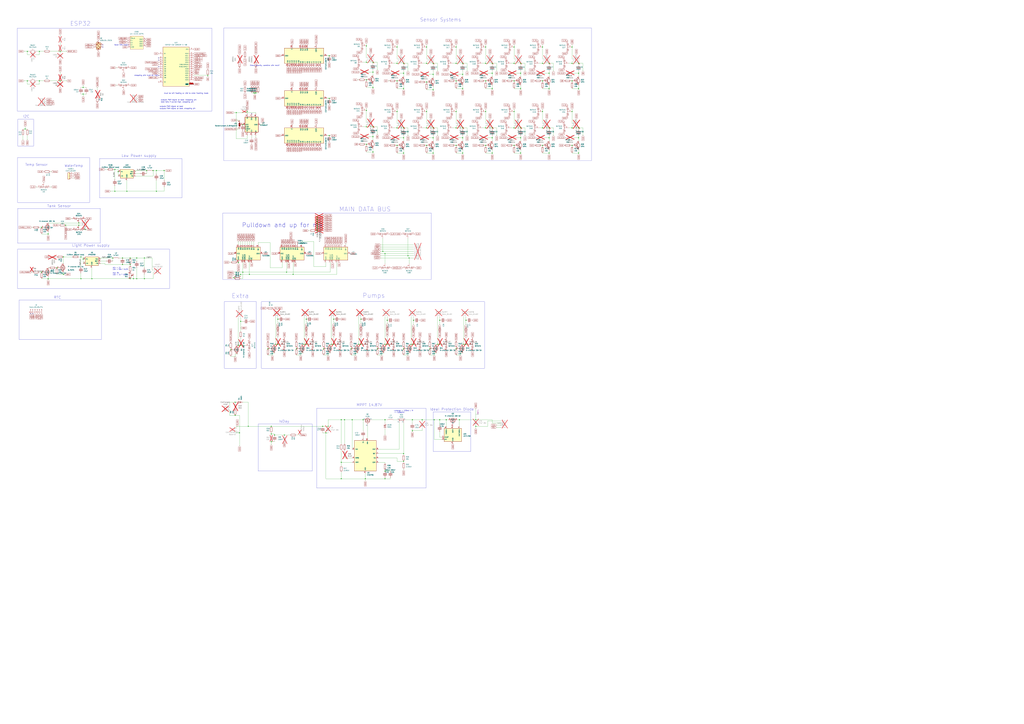
<source format=kicad_sch>
(kicad_sch
	(version 20231120)
	(generator "eeschema")
	(generator_version "8.0")
	(uuid "c26e8d55-0b6e-4c4e-b7c8-b1fed973201c")
	(paper "A0")
	(title_block
		(title "Plant Controller")
		(date "2020-12-21")
		(rev "0.4a")
		(company "C3MA")
	)
	
	(junction
		(at 278.13 502.92)
		(diameter 0)
		(color 0 0 0 0)
		(uuid "006314ff-9060-4674-a7fc-dac02fc6a66c")
	)
	(junction
		(at 314.96 504.19)
		(diameter 0)
		(color 0 0 0 0)
		(uuid "01041127-725b-4ce5-8f58-38fb3fd24a79")
	)
	(junction
		(at 571.5 102.87)
		(diameter 0)
		(color 0 0 0 0)
		(uuid "026b3c24-c4bc-4ca0-82cb-9b3a3781338b")
	)
	(junction
		(at 190.5 198.12)
		(diameter 0)
		(color 0 0 0 0)
		(uuid "044b370d-4a42-4fab-a8a0-78f235931201")
	)
	(junction
		(at 502.92 104.14)
		(diameter 0)
		(color 0 0 0 0)
		(uuid "05921202-6f3d-47e7-afc8-54cf16183806")
	)
	(junction
		(at 424.18 556.26)
		(diameter 0)
		(color 0 0 0 0)
		(uuid "064498dc-e504-4f86-9f3f-c7515e3a87b5")
	)
	(junction
		(at 637.54 177.8)
		(diameter 0)
		(color 0 0 0 0)
		(uuid "067aeb1c-cd17-40a2-9804-d78ecf21918c")
	)
	(junction
		(at 93.98 298.45)
		(diameter 0)
		(color 0 0 0 0)
		(uuid "06d8b90d-baa0-4504-baff-642acafdb6f4")
	)
	(junction
		(at 320.04 400.05)
		(diameter 0)
		(color 0 0 0 0)
		(uuid "09028f9d-45e1-4366-826a-88a396abe002")
	)
	(junction
		(at 671.83 177.8)
		(diameter 0)
		(color 0 0 0 0)
		(uuid "09e9f518-61d1-4fd0-86ec-2ca41f027627")
	)
	(junction
		(at 449.58 400.05)
		(diameter 0)
		(color 0 0 0 0)
		(uuid "0a372b77-1bd4-4b2a-8539-3c6b9cb168d3")
	)
	(junction
		(at 495.3 54.61)
		(diameter 0)
		(color 0 0 0 0)
		(uuid "0b9bd1bd-5d87-4203-ac6d-25f132a9d650")
	)
	(junction
		(at 664.21 168.91)
		(diameter 0)
		(color 0 0 0 0)
		(uuid "0bf93224-513b-43b0-b34e-b83cf88ace50")
	)
	(junction
		(at 287.02 129.54)
		(diameter 0)
		(color 0 0 0 0)
		(uuid "0c1a2e2b-69cb-4ba8-9ed6-a21b6fe1cbe7")
	)
	(junction
		(at 31.75 59.69)
		(diameter 0)
		(color 0 0 0 0)
		(uuid "0c801748-df91-4145-83f3-9b19cb585cd0")
	)
	(junction
		(at 433.07 72.39)
		(diameter 0)
		(color 0 0 0 0)
		(uuid "0ebeefe8-2447-4c3c-80b1-d0d61f1efb48")
	)
	(junction
		(at 93.98 323.85)
		(diameter 0)
		(color 0 0 0 0)
		(uuid "0eea3930-0275-4c9f-97c6-e4491faf7ffd")
	)
	(junction
		(at 537.21 73.66)
		(diameter 0)
		(color 0 0 0 0)
		(uuid "0f7c9f5b-15c0-4d15-9880-73614b9dc27c")
	)
	(junction
		(at 289.56 318.77)
		(diameter 0)
		(color 0 0 0 0)
		(uuid "100d0f8b-2f86-49dd-861e-b2d9c9a4a2d9")
	)
	(junction
		(at 478.79 500.38)
		(diameter 0)
		(color 0 0 0 0)
		(uuid "136b5f16-d5fe-4c8a-8508-0e9ad86f8f43")
	)
	(junction
		(at 447.04 294.64)
		(diameter 0)
		(color 0 0 0 0)
		(uuid "14b6b14d-4e33-4c9c-a6d4-2829760e6cc4")
	)
	(junction
		(at 490.22 487.68)
		(diameter 0)
		(color 0 0 0 0)
		(uuid "15c019f7-a03b-47ae-a51c-abc73c51bd40")
	)
	(junction
		(at 563.88 54.61)
		(diameter 0)
		(color 0 0 0 0)
		(uuid "1b762162-080c-4e36-b68b-d3bd15571f83")
	)
	(junction
		(at 273.05 467.36)
		(diameter 0)
		(color 0 0 0 0)
		(uuid "1de64cec-e748-4c12-b5b5-b7d914424890")
	)
	(junction
		(at 368.3 265.43)
		(diameter 0)
		(color 0 0 0 0)
		(uuid "1e71c6eb-62eb-41d4-bfde-df1e7aa7c319")
	)
	(junction
		(at 468.63 85.09)
		(diameter 0)
		(color 0 0 0 0)
		(uuid "1f4e3c83-7f84-4013-8458-3254f2649743")
	)
	(junction
		(at 276.86 401.32)
		(diameter 0)
		(color 0 0 0 0)
		(uuid "2124662e-0101-4907-a279-d22f77f179e9")
	)
	(junction
		(at 419.1 370.84)
		(diameter 0)
		(color 0 0 0 0)
		(uuid "2125b107-250d-44b9-ae2a-63555b15b96b")
	)
	(junction
		(at 271.78 322.58)
		(diameter 0)
		(color 0 0 0 0)
		(uuid "21c9489c-b7e7-411e-8242-06cb982ccdfb")
	)
	(junction
		(at 273.05 482.6)
		(diameter 0)
		(color 0 0 0 0)
		(uuid "2235abed-6314-47fb-bd0d-6abfcbf38d24")
	)
	(junction
		(at 541.02 400.05)
		(diameter 0)
		(color 0 0 0 0)
		(uuid "225164a2-0641-4a42-83a1-eb3ceb752f37")
	)
	(junction
		(at 387.35 370.84)
		(diameter 0)
		(color 0 0 0 0)
		(uuid "22b03adb-32c5-4612-9736-645d72daaf12")
	)
	(junction
		(at 510.54 487.68)
		(diameter 0)
		(color 0 0 0 0)
		(uuid "243935e2-4f6a-429d-bbc1-4327fafdf466")
	)
	(junction
		(at 368.3 262.89)
		(diameter 0)
		(color 0 0 0 0)
		(uuid "252d4a75-2db7-460c-aaed-b4520213017f")
	)
	(junction
		(at 425.45 92.71)
		(diameter 0)
		(color 0 0 0 0)
		(uuid "25d1ef73-18e6-4b45-b6a0-d161dc281a1c")
	)
	(junction
		(at 158.75 299.72)
		(diameter 0)
		(color 0 0 0 0)
		(uuid "27bdfd08-9fa2-4018-8386-f5f9458ea23f")
	)
	(junction
		(at 407.67 405.13)
		(diameter 0)
		(color 0 0 0 0)
		(uuid "288439ce-4d40-4524-9a56-c937c30e7f5c")
	)
	(junction
		(at 96.52 300.99)
		(diameter 0)
		(color 0 0 0 0)
		(uuid "2977a76b-3c36-4356-9c23-ef25b0e79774")
	)
	(junction
		(at 480.06 400.05)
		(diameter 0)
		(color 0 0 0 0)
		(uuid "2affe026-8dd0-4fb0-90f9-21a8fa9a4bdc")
	)
	(junction
		(at 461.01 148.59)
		(diameter 0)
		(color 0 0 0 0)
		(uuid "30055c98-462c-4777-a626-cf867239e38d")
	)
	(junction
		(at 55.88 323.85)
		(diameter 0)
		(color 0 0 0 0)
		(uuid "30c447cc-ce18-498c-a30a-de1223bde459")
	)
	(junction
		(at 671.83 148.59)
		(diameter 0)
		(color 0 0 0 0)
		(uuid "31a2a121-855b-4cf9-8440-5bbee3de3f05")
	)
	(junction
		(at 433.07 83.82)
		(diameter 0)
		(color 0 0 0 0)
		(uuid "31ba5875-8927-4bfd-a4f8-3adf246769c4")
	)
	(junction
		(at 596.9 93.98)
		(diameter 0)
		(color 0 0 0 0)
		(uuid "32072a9c-d2dd-4fe3-9085-b2b6c66fab96")
	)
	(junction
		(at 66.04 311.15)
		(diameter 0)
		(color 0 0 0 0)
		(uuid "33109daa-b629-475e-bf83-217328126604")
	)
	(junction
		(at 281.94 144.78)
		(diameter 0)
		(color 0 0 0 0)
		(uuid "348bf06b-daf7-4d97-b82c-b8a5bbf3d06b")
	)
	(junction
		(at 322.58 400.05)
		(diameter 0)
		(color 0 0 0 0)
		(uuid "34e846f7-9dcf-4f40-8420-68c319584cee")
	)
	(junction
		(at 433.07 158.75)
		(diameter 0)
		(color 0 0 0 0)
		(uuid "37a79285-75dc-47b1-85e2-e9c3d074f7c7")
	)
	(junction
		(at 381 495.3)
		(diameter 0)
		(color 0 0 0 0)
		(uuid "394a6417-c4c4-43a0-ad22-7a964e628e7d")
	)
	(junction
		(at 571.5 73.66)
		(diameter 0)
		(color 0 0 0 0)
		(uuid "3cc3bd38-c946-4c29-a625-e712e268d838")
	)
	(junction
		(at 314.96 513.08)
		(diameter 0)
		(color 0 0 0 0)
		(uuid "3d8fb177-4b5a-4526-95fd-c4109587c044")
	)
	(junction
		(at 274.32 130.81)
		(diameter 0)
		(color 0 0 0 0)
		(uuid "3e916cc3-c4bb-4a04-9995-635a73841757")
	)
	(junction
		(at 537.21 86.36)
		(diameter 0)
		(color 0 0 0 0)
		(uuid "4120f630-88f8-4958-99c5-be8a6b4772f2")
	)
	(junction
		(at 461.01 93.98)
		(diameter 0)
		(color 0 0 0 0)
		(uuid "4126858c-c206-4bef-b39b-428bcec4deec")
	)
	(junction
		(at 508 400.05)
		(diameter 0)
		(color 0 0 0 0)
		(uuid "415b2ab4-f4dd-4fee-870b-9ba95dac6a8b")
	)
	(junction
		(at 571.5 148.59)
		(diameter 0)
		(color 0 0 0 0)
		(uuid "4406cfee-0ff2-44ef-a1ef-e6149581217c")
	)
	(junction
		(at 29.21 149.86)
		(diameter 0)
		(color 0 0 0 0)
		(uuid "447db467-5e2a-4cce-9c81-3e3ccb72d2ba")
	)
	(junction
		(at 69.85 59.69)
		(diameter 0)
		(color 0 0 0 0)
		(uuid "44bf766d-2222-4637-ada1-6cbff94abbf8")
	)
	(junction
		(at 151.13 323.85)
		(diameter 0)
		(color 0 0 0 0)
		(uuid "44cd3143-c150-4d17-bd07-6ba56767d7c5")
	)
	(junction
		(at 495.3 168.91)
		(diameter 0)
		(color 0 0 0 0)
		(uuid "4593d6e5-bc8e-48f0-9775-93846c33113e")
	)
	(junction
		(at 552.45 487.68)
		(diameter 0)
		(color 0 0 0 0)
		(uuid "464f670a-23da-4072-9135-c7f8cde45344")
	)
	(junction
		(at 353.06 400.05)
		(diameter 0)
		(color 0 0 0 0)
		(uuid "477944b3-0f91-44bb-99ca-1f00b91186f2")
	)
	(junction
		(at 637.54 85.09)
		(diameter 0)
		(color 0 0 0 0)
		(uuid "48fa581b-e31c-40cd-be78-2d3ece0a1d84")
	)
	(junction
		(at 461.01 54.61)
		(diameter 0)
		(color 0 0 0 0)
		(uuid "499fccfc-5e44-4fef-9ee9-4d1fdf9faa8f")
	)
	(junction
		(at 495.3 148.59)
		(diameter 0)
		(color 0 0 0 0)
		(uuid "4bdd9a73-35ba-455b-971d-29ad86479519")
	)
	(junction
		(at 344.17 405.13)
		(diameter 0)
		(color 0 0 0 0)
		(uuid "4c43d807-6025-4458-873e-b0e60bc37c3c")
	)
	(junction
		(at 664.21 54.61)
		(diameter 0)
		(color 0 0 0 0)
		(uuid "4f51b0d3-b93c-48c1-8f94-d8097a17151c")
	)
	(junction
		(at 142.24 299.72)
		(diameter 0)
		(color 0 0 0 0)
		(uuid "4fc5b79a-48b8-4875-b2fa-ce2c0b207ed6")
	)
	(junction
		(at 433.07 176.53)
		(diameter 0)
		(color 0 0 0 0)
		(uuid "5087ffa7-63f2-46a1-b798-fd54a43209da")
	)
	(junction
		(at 419.1 400.05)
		(diameter 0)
		(color 0 0 0 0)
		(uuid "547e0024-8ca5-4fd9-9ed0-6e6fa4efe2d1")
	)
	(junction
		(at 433.07 101.6)
		(diameter 0)
		(color 0 0 0 0)
		(uuid "548c700b-f320-487b-b1e6-213ddcf734d3")
	)
	(junction
		(at 276.86 304.8)
		(diameter 0)
		(color 0 0 0 0)
		(uuid "54c228c6-a419-4461-b51c-f4689ab11c16")
	)
	(junction
		(at 480.06 372.11)
		(diameter 0)
		(color 0 0 0 0)
		(uuid "54f14d31-ee75-4d90-bbd6-d53b9269dae6")
	)
	(junction
		(at 596.9 168.91)
		(diameter 0)
		(color 0 0 0 0)
		(uuid "553fd55b-c9b0-4d42-8fea-fe608c6b3e8f")
	)
	(junction
		(at 504.19 487.68)
		(diameter 0)
		(color 0 0 0 0)
		(uuid "55707df8-1ce8-4b01-b189-1ba64f13e6d9")
	)
	(junction
		(at 447.04 487.68)
		(diameter 0)
		(color 0 0 0 0)
		(uuid "557c9344-c4f5-407c-87a3-c05772708fc7")
	)
	(junction
		(at 425.45 128.27)
		(diameter 0)
		(color 0 0 0 0)
		(uuid "56ab9f7a-a80d-45b5-9f13-38a6ae5e5a2f")
	)
	(junction
		(at 48.26 264.16)
		(diameter 0)
		(color 0 0 0 0)
		(uuid "5a159a05-57fa-411f-9de3-7f0e035fb745")
	)
	(junction
		(at 154.94 323.85)
		(diameter 0)
		(color 0 0 0 0)
		(uuid "5a782664-d096-4b9f-8da4-e576a5adbff8")
	)
	(junction
		(at 468.63 527.05)
		(diameter 0)
		(color 0 0 0 0)
		(uuid "5aef8b40-8452-4805-a5e4-da8d93469853")
	)
	(junction
		(at 604.52 85.09)
		(diameter 0)
		(color 0 0 0 0)
		(uuid "5db28c81-ecda-48cf-9cf5-82a4652c2d72")
	)
	(junction
		(at 596.9 73.66)
		(diameter 0)
		(color 0 0 0 0)
		(uuid "5de7b025-2047-4e98-ad34-d25039409f9e")
	)
	(junction
		(at 311.15 405.13)
		(diameter 0)
		(color 0 0 0 0)
		(uuid "5df117be-4263-48e0-a710-5721bdeecfb9")
	)
	(junction
		(at 382.27 157.48)
		(diameter 0)
		(color 0 0 0 0)
		(uuid "5e7a5161-1647-47d6-9e0b-ff9ce9e31b86")
	)
	(junction
		(at 495.3 95.25)
		(diameter 0)
		(color 0 0 0 0)
		(uuid "5ebba679-b1e7-40e7-a21c-eaac87c82160")
	)
	(junction
		(at 433.07 147.32)
		(diameter 0)
		(color 0 0 0 0)
		(uuid "5ee86e6c-9861-45ff-aaf3-b0ce155250f5")
	)
	(junction
		(at 533.4 487.68)
		(diameter 0)
		(color 0 0 0 0)
		(uuid "60684402-d96a-439d-a47a-f1940a639b1b")
	)
	(junction
		(at 637.54 73.66)
		(diameter 0)
		(color 0 0 0 0)
		(uuid "6283297a-b875-4df2-a42b-317a52403718")
	)
	(junction
		(at 133.35 222.25)
		(diameter 0)
		(color 0 0 0 0)
		(uuid "62e83d49-6450-4f8e-9161-9823cbd9fa8a")
	)
	(junction
		(at 396.24 556.26)
		(diameter 0)
		(color 0 0 0 0)
		(uuid "62e8e510-5776-41a5-b7ef-659764595cf0")
	)
	(junction
		(at 629.92 54.61)
		(diameter 0)
		(color 0 0 0 0)
		(uuid "639a9374-4baa-414a-a5c4-7e13d2852c2e")
	)
	(junction
		(at 468.63 102.87)
		(diameter 0)
		(color 0 0 0 0)
		(uuid "650b02e4-fb4a-4097-88f3-57b476d8f112")
	)
	(junction
		(at 529.59 54.61)
		(diameter 0)
		(color 0 0 0 0)
		(uuid "66f71efe-5a3b-4842-81ad-702f6a9183fb")
	)
	(junction
		(at 332.74 316.23)
		(diameter 0)
		(color 0 0 0 0)
		(uuid "68f4d8af-c27e-4056-a2a9-dbd2514de570")
	)
	(junction
		(at 664.21 93.98)
		(diameter 0)
		(color 0 0 0 0)
		(uuid "690f2dc5-5473-4546-a0f5-1e3f20786db0")
	)
	(junction
		(at 478.79 487.68)
		(diameter 0)
		(color 0 0 0 0)
		(uuid "697147b1-0224-4f54-a454-fb14851852a2")
	)
	(junction
		(at 502.92 73.66)
		(diameter 0)
		(color 0 0 0 0)
		(uuid "6b072436-9cc5-44f0-8cab-e5273772d205")
	)
	(junction
		(at 518.16 487.68)
		(diameter 0)
		(color 0 0 0 0)
		(uuid "6b9d9747-b3ff-43d2-8486-466834aa4452")
	)
	(junction
		(at 447.04 547.37)
		(diameter 0)
		(color 0 0 0 0)
		(uuid "6bee4d3f-40c6-4254-8d07-1c0c6ec2a6f4")
	)
	(junction
		(at 449.58 372.11)
		(diameter 0)
		(color 0 0 0 0)
		(uuid "6c849387-b46a-4c70-adb8-4a7816d1702c")
	)
	(junction
		(at 130.81 299.72)
		(diameter 0)
		(color 0 0 0 0)
		(uuid "6e8888f6-ec84-4dea-a75b-c49e51edec1e")
	)
	(junction
		(at 571.5 177.8)
		(diameter 0)
		(color 0 0 0 0)
		(uuid "6ee7607b-1843-4037-994f-9b421f85c34b")
	)
	(junction
		(at 596.9 148.59)
		(diameter 0)
		(color 0 0 0 0)
		(uuid "708152d4-5c67-4c3c-967a-78dd154354ad")
	)
	(junction
		(at 529.59 93.98)
		(diameter 0)
		(color 0 0 0 0)
		(uuid "718782ac-57c8-435b-9457-ce995955847d")
	)
	(junction
		(at 368.3 257.81)
		(diameter 0)
		(color 0 0 0 0)
		(uuid "7357611e-6eb5-4b44-a3c1-ee563f8ae0ea")
	)
	(junction
		(at 447.04 400.05)
		(diameter 0)
		(color 0 0 0 0)
		(uuid "74872d2f-df92-44ce-a737-7d0693ac46a3")
	)
	(junction
		(at 288.29 495.3)
		(diameter 0)
		(color 0 0 0 0)
		(uuid "74d5e0e4-cd91-4e01-8980-afaf347113fd")
	)
	(junction
		(at 91.44 259.08)
		(diameter 0)
		(color 0 0 0 0)
		(uuid "750169c9-8dda-4196-8b70-7629a1386317")
	)
	(junction
		(at 421.64 487.68)
		(diameter 0)
		(color 0 0 0 0)
		(uuid "792fa4db-0ff6-47c2-b282-e4d8f6701888")
	)
	(junction
		(at 637.54 102.87)
		(diameter 0)
		(color 0 0 0 0)
		(uuid "79ec289a-2f85-4055-9210-f7916fbc3d1f")
	)
	(junction
		(at 596.9 54.61)
		(diameter 0)
		(color 0 0 0 0)
		(uuid "7a5115d1-34f1-4afd-aab6-8c3f89df22ba")
	)
	(junction
		(at 671.83 160.02)
		(diameter 0)
		(color 0 0 0 0)
		(uuid "7e319f56-b85a-4463-b8f9-7ad8f5763ea8")
	)
	(junction
		(at 147.32 222.25)
		(diameter 0)
		(color 0 0 0 0)
		(uuid "7ea02348-2ae2-4ac7-a02a-9029063eb3d7")
	)
	(junction
		(at 637.54 160.02)
		(diameter 0)
		(color 0 0 0 0)
		(uuid "7eac8976-1652-4c0a-a76d-0530fe3ae3ae")
	)
	(junction
		(at 461.01 129.54)
		(diameter 0)
		(color 0 0 0 0)
		(uuid "7f0237e1-1d71-4027-86cb-d7488d6dce27")
	)
	(junction
		(at 281.94 316.23)
		(diameter 0)
		(color 0 0 0 0)
		(uuid "805ba7db-9e85-428e-9f5b-9063e8278c60")
	)
	(junction
		(at 468.63 405.13)
		(diameter 0)
		(color 0 0 0 0)
		(uuid "80f5b8a1-cdbe-4850-a609-339b8c898669")
	)
	(junction
		(at 473.71 297.18)
		(diameter 0)
		(color 0 0 0 0)
		(uuid "819a85d3-cd43-455c-8023-715c1f29dcd2")
	)
	(junction
		(at 502.92 160.02)
		(diameter 0)
		(color 0 0 0 0)
		(uuid "8239b883-7ac0-49ae-91b3-07b3826c7fe2")
	)
	(junction
		(at 73.66 298.45)
		(diameter 0)
		(color 0 0 0 0)
		(uuid "82572895-6594-489b-b5dd-a8b4d09bcb09")
	)
	(junction
		(at 177.8 198.12)
		(diameter 0)
		(color 0 0 0 0)
		(uuid "843e9870-799e-444a-a4e6-716ced5cbe43")
	)
	(junction
		(at 637.54 148.59)
		(diameter 0)
		(color 0 0 0 0)
		(uuid "89062818-c01b-4c5a-a12c-1e35d52780ff")
	)
	(junction
		(at 425.45 53.34)
		(diameter 0)
		(color 0 0 0 0)
		(uuid "89c9668d-eb10-4371-9427-2b0654758741")
	)
	(junction
		(at 400.05 487.68)
		(diameter 0)
		(color 0 0 0 0)
		(uuid "8badbd3a-472d-49c6-9995-2681ebcad861")
	)
	(junction
		(at 563.88 93.98)
		(diameter 0)
		(color 0 0 0 0)
		(uuid "8bd86f79-7f9c-4c30-9dd8-981806e53813")
	)
	(junction
		(at 671.83 102.87)
		(diameter 0)
		(color 0 0 0 0)
		(uuid "8db1d203-e627-40a1-9aa1-eb87a34a27ca")
	)
	(junction
		(at 76.2 261.62)
		(diameter 0)
		(color 0 0 0 0)
		(uuid "8dbf3f53-4dbe-4577-8253-5d3d05e20a7d")
	)
	(junction
		(at 375.92 405.13)
		(diameter 0)
		(color 0 0 0 0)
		(uuid "8ddc18df-7f6d-40fe-971f-5b7ea913cac2")
	)
	(junction
		(at 495.3 73.66)
		(diameter 0)
		(color 0 0 0 0)
		(uuid "91f51afc-74e9-4689-bf90-5b054783b568")
	)
	(junction
		(at 137.16 199.39)
		(diameter 0)
		(color 0 0 0 0)
		(uuid "9330ab14-2e88-49fc-b8ec-647acef19c05")
	)
	(junction
		(at 425.45 147.32)
		(diameter 0)
		(color 0 0 0 0)
		(uuid "93f019f6-1cb2-47ce-ad4a-b71afdbed778")
	)
	(junction
		(at 529.59 129.54)
		(diameter 0)
		(color 0 0 0 0)
		(uuid "943b67a7-896a-4d51-b5a7-cd6889520825")
	)
	(junction
		(at 571.5 160.02)
		(diameter 0)
		(color 0 0 0 0)
		(uuid "944582dc-9ad6-4270-b98c-6b7423b11410")
	)
	(junction
		(at 537.21 148.59)
		(diameter 0)
		(color 0 0 0 0)
		(uuid "957e10ff-76bd-489f-b9fe-ab1fdb884450")
	)
	(junction
		(at 368.3 255.27)
		(diameter 0)
		(color 0 0 0 0)
		(uuid "95e16490-1476-42b0-b339-2eae951bab1c")
	)
	(junction
		(at 151.13 307.34)
		(diameter 0)
		(color 0 0 0 0)
		(uuid "96f15460-13f3-4312-89f8-b71934eaedb8")
	)
	(junction
		(at 671.83 73.66)
		(diameter 0)
		(color 0 0 0 0)
		(uuid "974cb32f-b17f-415b-a3ed-4c573300644d")
	)
	(junction
		(at 106.68 323.85)
		(diameter 0)
		(color 0 0 0 0)
		(uuid "977868cb-abe1-483f-8f43-5a8a20726067")
	)
	(junction
		(at 563.88 168.91)
		(diameter 0)
		(color 0 0 0 0)
		(uuid "979d0b85-f2dc-43e5-91a2-e7e9a479ccd3")
	)
	(junction
		(at 382.27 64.77)
		(diameter 0)
		(color 0 0 0 0)
		(uuid "99de8f7d-0bac-4189-8a58-7eb488261416")
	)
	(junction
		(at 552.45 495.3)
		(diameter 0)
		(color 0 0 0 0)
		(uuid "9a8358d1-ea0c-4e4d-bd7f-459dfdba752f")
	)
	(junction
		(at 571.5 85.09)
		(diameter 0)
		(color 0 0 0 0)
		(uuid "9b65336d-5277-4cda-9817-8d963731baca")
	)
	(junction
		(at 241.3 87.63)
		(diameter 0)
		(color 0 0 0 0)
		(uuid "9d32f91d-40f9-42f9-b044-70d19854227e")
	)
	(junction
		(at 510.54 372.11)
		(diameter 0)
		(color 0 0 0 0)
		(uuid "a1d7e5c8-d217-457c-b56c-ecad97fd4c0e")
	)
	(junction
		(at 538.48 400.05)
		(diameter 0)
		(color 0 0 0 0)
		(uuid "a29c0663-342d-4535-aac0-b31dad8318cf")
	)
	(junction
		(at 45.72 59.69)
		(diameter 0)
		(color 0 0 0 0)
		(uuid "a3104c80-278d-416a-b409-fd08d784c6c7")
	)
	(junction
		(at 563.88 73.66)
		(diameter 0)
		(color 0 0 0 0)
		(uuid "a4f2e3e9-2f62-4ed2-91cb-96ac4bea021e")
	)
	(junction
		(at 355.6 400.05)
		(diameter 0)
		(color 0 0 0 0)
		(uuid "a685894a-983c-450f-b9c3-4d7e6d929974")
	)
	(junction
		(at 425.45 167.64)
		(diameter 0)
		(color 0 0 0 0)
		(uuid "a692c08c-551f-44a7-adb6-606c3bb62932")
	)
	(junction
		(at 167.64 323.85)
		(diameter 0)
		(color 0 0 0 0)
		(uuid "a70da482-a861-4e2f-9d2b-6183a6f0f87e")
	)
	(junction
		(at 629.92 129.54)
		(diameter 0)
		(color 0 0 0 0)
		(uuid "a77abfe7-e262-4002-9648-a4dca1c184b1")
	)
	(junction
		(at 495.3 129.54)
		(diameter 0)
		(color 0 0 0 0)
		(uuid "a7ead05e-fd26-4f6a-98b1-c130e29a0605")
	)
	(junction
		(at 468.63 535.94)
		(diameter 0)
		(color 0 0 0 0)
		(uuid "a8c1d291-f95c-499f-a8f0-8d347b07d19e")
	)
	(junction
		(at 408.94 487.68)
		(diameter 0)
		(color 0 0 0 0)
		(uuid "a90e40e7-9f3e-4a7e-bc30-d292bc1ab9ed")
	)
	(junction
		(at 396.24 487.68)
		(diameter 0)
		(color 0 0 0 0)
		(uuid "a918e227-4862-4ef1-b1b4-1ecbab47421d")
	)
	(junction
		(at 529.59 168.91)
		(diameter 0)
		(color 0 0 0 0)
		(uuid "a97fc95b-6246-49f0-b0cf-bf3aa6f54de2")
	)
	(junction
		(at 99.06 266.7)
		(diameter 0)
		(color 0 0 0 0)
		(uuid "a99f2dd3-1db5-4646-bd5d-42af73cee85a")
	)
	(junction
		(at 378.46 502.92)
		(diameter 0)
		(color 0 0 0 0)
		(uuid "aa0d7669-67ff-4603-888b-7d15a03d73a6")
	)
	(junction
		(at 151.13 299.72)
		(diameter 0)
		(color 0 0 0 0)
		(uuid "aa659c87-6d9f-4a94-913b-ec00337baaa9")
	)
	(junction
		(at 537.21 160.02)
		(diameter 0)
		(color 0 0 0 0)
		(uuid "aa7470b0-25fe-426c-8e11-da1c1d924805")
	)
	(junction
		(at 142.24 307.34)
		(diameter 0)
		(color 0 0 0 0)
		(uuid "ab83cc7b-a4bb-42ce-806a-ad57b1f1f16f")
	)
	(junction
		(at 318.77 505.46)
		(diameter 0)
		(color 0 0 0 0)
		(uuid "ac18742b-0669-4417-bf96-99d1ab0ff75f")
	)
	(junction
		(at 529.59 405.13)
		(diameter 0)
		(color 0 0 0 0)
		(uuid "ac6041ae-1077-46a6-b33a-6e568b0f7d89")
	)
	(junction
		(at 297.18 107.95)
		(diameter 0)
		(color 0 0 0 0)
		(uuid "ad6aca5a-aa99-4b42-a3e4-f6f27dae664e")
	)
	(junction
		(at 355.6 370.84)
		(diameter 0)
		(color 0 0 0 0)
		(uuid "ae161ff6-e303-4db5-b037-b1f45682a4bb")
	)
	(junction
		(at 604.52 73.66)
		(diameter 0)
		(color 0 0 0 0)
		(uuid "af24c530-bace-4098-b28e-8213bb1a8743")
	)
	(junction
		(at 295.91 107.95)
		(diameter 0)
		(color 0 0 0 0)
		(uuid "af4549b6-4e25-4c36-b4d9-5cfa50547ca1")
	)
	(junction
		(at 382.27 114.3)
		(diameter 0)
		(color 0 0 0 0)
		(uuid "b5f987b1-82e9-4d50-afd8-20682cecf96f")
	)
	(junction
		(at 468.63 177.8)
		(diameter 0)
		(color 0 0 0 0)
		(uuid "b88c6033-15ac-4b13-83da-7bbe1c1195dd")
	)
	(junction
		(at 502.92 177.8)
		(diameter 0)
		(color 0 0 0 0)
		(uuid "bb2d97e8-7888-40b3-ad5f-0b2ed971ec7b")
	)
	(junction
		(at 73.66 318.77)
		(diameter 0)
		(color 0 0 0 0)
		(uuid "c1341956-3e76-4b89-ab41-469a1db0015c")
	)
	(junction
		(at 510.54 400.05)
		(diameter 0)
		(color 0 0 0 0)
		(uuid "c1611925-d0ac-42a4-83ae-6844b1cb71e3")
	)
	(junction
		(at 461.01 73.66)
		(diameter 0)
		(color 0 0 0 0)
		(uuid "c1f12c77-fc36-4c4e-9402-b971f8787376")
	)
	(junction
		(at 91.44 261.62)
		(diameter 0)
		(color 0 0 0 0)
		(uuid "c2c812ed-41b4-4200-984f-e76eae1d14de")
	)
	(junction
		(at 45.72 93.98)
		(diameter 0)
		(color 0 0 0 0)
		(uuid "c39add44-ba76-41fb-8f18-28fa0366e282")
	)
	(junction
		(at 314.96 495.3)
		(diameter 0)
		(color 0 0 0 0)
		(uuid "c658b47a-3e79-4147-ac21-89a17ecf409a")
	)
	(junction
		(at 322.58 370.84)
		(diameter 0)
		(color 0 0 0 0)
		(uuid "c6d07995-bb57-4c01-9d40-c8c408016a09")
	)
	(junction
		(at 468.63 73.66)
		(diameter 0)
		(color 0 0 0 0)
		(uuid "c9bcc4dd-2e45-4814-917d-222bf96092ff")
	)
	(junction
		(at 181.61 222.25)
		(diameter 0)
		(color 0 0 0 0)
		(uuid "cac620f5-0af6-41f8-9844-d9f07ee0c129")
	)
	(junction
		(at 396.24 537.21)
		(diameter 0)
		(color 0 0 0 0)
		(uuid "caf08951-498e-42d7-836c-4ada133aecad")
	)
	(junction
		(at 279.4 373.38)
		(diameter 0)
		(color 0 0 0 0)
		(uuid "cbfbbc2e-484a-4954-8dc2-c7386c5d1301")
	)
	(junction
		(at 529.59 73.66)
		(diameter 0)
		(color 0 0 0 0)
		(uuid "cc4db2b3-7a3d-4ef2-b3b0-bc2a5b38938e")
	)
	(junction
		(at 133.35 196.85)
		(diameter 0)
		(color 0 0 0 0)
		(uuid "cc922bc0-96bd-4b17-b53a-b9b1b8fdaebf")
	)
	(junction
		(at 294.64 107.95)
		(diameter 0)
		(color 0 0 0 0)
		(uuid "cd4269e0-1f42-4344-8d26-de82a41ddaff")
	)
	(junction
		(at 629.92 93.98)
		(diameter 0)
		(color 0 0 0 0)
		(uuid "ceefa2d2-00e3-4b3c-a7ad-0e8ac388ebb9")
	)
	(junction
		(at 604.52 177.8)
		(diameter 0)
		(color 0 0 0 0)
		(uuid "d001e9a1-587b-41cc-81aa-c56d8da361ee")
	)
	(junction
		(at 499.11 405.13)
		(diameter 0)
		(color 0 0 0 0)
		(uuid "d0ccfc37-9d2e-4994-b901-fab6c387aa2a")
	)
	(junction
		(at 537.21 177.8)
		(diameter 0)
		(color 0 0 0 0)
		(uuid "d1010438-7a43-4538-9e86-217bd01f8c14")
	)
	(junction
		(at 368.3 267.97)
		(diameter 0)
		(color 0 0 0 0)
		(uuid "d14a960b-df64-4cee-80fc-25c3debc3b63")
	)
	(junction
		(at 158.75 323.85)
		(diameter 0)
		(color 0 0 0 0)
		(uuid "d17c286e-9606-4cb2-902a-10021903ed9a")
	)
	(junction
		(at 671.83 85.09)
		(diameter 0)
		(color 0 0 0 0)
		(uuid "d1d52e82-91ba-48cd-b468-139b1071e8d5")
	)
	(junction
		(at 31.75 93.98)
		(diameter 0)
		(color 0 0 0 0)
		(uuid "d2b0a197-1410-44de-bdc3-e63959ff5b39")
	)
	(junction
		(at 537.21 102.87)
		(diameter 0)
		(color 0 0 0 0)
		(uuid "d2b90904-e6cb-4742-881e-0fd35570115c")
	)
	(junction
		(at 368.3 252.73)
		(diameter 0)
		(color 0 0 0 0)
		(uuid "d48d5ecb-021c-46d1-b6e1-8cccf5ad30d1")
	)
	(junction
		(at 55.88 271.78)
		(diameter 0)
		(color 0 0 0 0)
		(uuid "d6db9766-b81b-4a66-bc0a-843f0aeb559b")
	)
	(junction
		(at 541.02 372.11)
		(diameter 0)
		(color 0 0 0 0)
		(uuid "d776c8dc-ee54-41b4-8224-e7ddbf0679dc")
	)
	(junction
		(at 438.15 405.13)
		(diameter 0)
		(color 0 0 0 0)
		(uuid "db8fa153-556e-4fc4-a8b6-63a7062d08ed")
	)
	(junction
		(at 425.45 72.39)
		(diameter 0)
		(color 0 0 0 0)
		(uuid "dc8c6e94-1eff-45c1-b92e-b1caf2f34015")
	)
	(junction
		(at 181.61 198.12)
		(diameter 0)
		(color 0 0 0 0)
		(uuid "dd5d2f91-6f31-4419-a01a-1ac3389098ab")
	)
	(junction
		(at 374.65 495.3)
		(diameter 0)
		(color 0 0 0 0)
		(uuid "dda3d65b-6f54-4ee4-b1a0-dc35f1b01992")
	)
	(junction
		(at 170.18 198.12)
		(diameter 0)
		(color 0 0 0 0)
		(uuid "de92b6a6-7a53-41cb-a051-66e1e7d1d440")
	)
	(junction
		(at 368.3 260.35)
		(diameter 0)
		(color 0 0 0 0)
		(uuid "dfafa1ec-5cf4-4609-89b7-e43a37c90c17")
	)
	(junction
		(at 529.59 148.59)
		(diameter 0)
		(color 0 0 0 0)
		(uuid "e018a52d-1f7f-43d2-9757-f2f7c2a0a9c0")
	)
	(junction
		(at 604.52 148.59)
		(diameter 0)
		(color 0 0 0 0)
		(uuid "e0334824-28a0-4a4e-ab6d-b2e5a2ed4e19")
	)
	(junction
		(at 604.52 160.02)
		(diameter 0)
		(color 0 0 0 0)
		(uuid "e03df205-b0f8-4eb0-94ac-6d108b56efdd")
	)
	(junction
		(at 330.2 505.46)
		(diameter 0)
		(color 0 0 0 0)
		(uuid "e2f6e31f-b2af-4b71-9817-61b154679a81")
	)
	(junction
		(at 664.21 73.66)
		(diameter 0)
		(color 0 0 0 0)
		(uuid "e3a79e63-e583-47fd-8a7e-9e2f377a96f0")
	)
	(junction
		(at 267.97 406.4)
		(diameter 0)
		(color 0 0 0 0)
		(uuid "e3bac401-521f-443a-951f-18f502070861")
	)
	(junction
		(at 340.36 318.77)
		(diameter 0)
		(color 0 0 0 0)
		(uuid "e464f851-f7e1-4e95-b3ff-5a5e1e06a88d")
	)
	(junction
		(at 167.64 299.72)
		(diameter 0)
		(color 0 0 0 0)
		(uuid "e48746df-7668-499a-98dc-b9ffcda2bccd")
	)
	(junction
		(at 48.26 316.23)
		(diameter 0)
		(color 0 0 0 0)
		(uuid "e4c2dbc9-3598-4718-afb3-500c7ff75445")
	)
	(junction
		(at 447.04 556.26)
		(diameter 0)
		(color 0 0 0 0)
		(uuid "e5f993bb-4d95-4a9a-b24b-923011bb963a")
	)
	(junction
		(at 387.35 400.05)
		(diameter 0)
		(color 0 0 0 0)
		(uuid "e6344c4b-5e26-4315-8e1d-efd642df3581")
	)
	(junction
		(at 563.88 148.59)
		(diameter 0)
		(color 0 0 0 0)
		(uuid "e76d7a19-9315-45bb-9ea4-e65adba1a7a8")
	)
	(junction
		(at 444.5 292.1)
		(diameter 0)
		(color 0 0 0 0)
		(uuid "e86900c0-86ce-4777-88bb-4f9ecf777fc0")
	)
	(junction
		(at 629.92 168.91)
		(diameter 0)
		(color 0 0 0 0)
		(uuid "e879c254-09e3-4fcf-9f2d-28dd7d9ba433")
	)
	(junction
		(at 468.63 148.59)
		(diameter 0)
		(color 0 0 0 0)
		(uuid "e97dcb44-7b48-4f00-aba6-795f672687ba")
	)
	(junction
		(at 279.4 401.32)
		(diameter 0)
		(color 0 0 0 0)
		(uuid "ea81a12e-80a8-4055-a8fc-17c9562b0042")
	)
	(junction
		(at 279.4 318.77)
		(diameter 0)
		(color 0 0 0 0)
		(uuid "eb134ef6-0e32-46e8-9263-d8797dfe432d")
	)
	(junction
		(at 629.92 73.66)
		(diameter 0)
		(color 0 0 0 0)
		(uuid "ec234dbf-5504-4d77-9942-03edf134f9e0")
	)
	(junction
		(at 96.52 109.22)
		(diameter 0)
		(color 0 0 0 0)
		(uuid "eccbfa59-0c6d-47df-8d18-db1d8a427072")
	)
	(junction
		(at 69.85 93.98)
		(diameter 0)
		(color 0 0 0 0)
		(uuid "ed603a96-a752-490d-9f6b-e11a5c28a267")
	)
	(junction
		(at 629.92 148.59)
		(diameter 0)
		(color 0 0 0 0)
		(uuid "ee1a89d1-031b-4d98-a62d-973c7823ade8")
	)
	(junction
		(at 477.52 400.05)
		(diameter 0)
		(color 0 0 0 0)
		(uuid "ee4ab3a4-59f7-4db1-a482-501b9cb3788f")
	)
	(junction
		(at 474.98 299.72)
		(diameter 0)
		(color 0 0 0 0)
		(uuid "ef25ea8a-6f53-4ead-85fb-dc902e324c3a")
	)
	(junction
		(at 502.92 86.36)
		(diameter 0)
		(color 0 0 0 0)
		(uuid "efdf307e-8d67-430a-8c03-6dab3e4f4f72")
	)
	(junction
		(at 96.52 101.6)
		(diameter 0)
		(color 0 0 0 0)
		(uuid "f1a67806-2122-488a-be9e-3def99cac9b4")
	)
	(junction
		(at 468.63 160.02)
		(diameter 0)
		(color 0 0 0 0)
		(uuid "f3311c3a-ce52-435d-9996-86b7f9c1e897")
	)
	(junction
		(at 384.81 400.05)
		(diameter 0)
		(color 0 0 0 0)
		(uuid "f33c1570-2595-49f1-9ca5-56aecadb8578")
	)
	(junction
		(at 461.01 168.91)
		(diameter 0)
		(color 0 0 0 0)
		(uuid "f46f3c81-f81c-494b-940e-b2a7612a9b00")
	)
	(junction
		(at 502.92 148.59)
		(diameter 0)
		(color 0 0 0 0)
		(uuid "f97a5685-0e9a-42fc-8703-e760793b9fd0")
	)
	(junction
		(at 664.21 148.59)
		(diameter 0)
		(color 0 0 0 0)
		(uuid "fadeb8be-e293-403d-b08e-d4079f1d66c2")
	)
	(junction
		(at 596.9 129.54)
		(diameter 0)
		(color 0 0 0 0)
		(uuid "faf76a27-4651-4082-83d1-9449cc5a0db2")
	)
	(junction
		(at 664.21 129.54)
		(diameter 0)
		(color 0 0 0 0)
		(uuid "fd16341c-1c4c-4bd6-a643-9f711a9c3408")
	)
	(junction
		(at 563.88 129.54)
		(diameter 0)
		(color 0 0 0 0)
		(uuid "fd82d936-40c3-47c3-8f6b-5ed31b17a829")
	)
	(junction
		(at 604.52 102.87)
		(diameter 0)
		(color 0 0 0 0)
		(uuid "fedba8c9-8c3d-4d07-a3e2-646f50f83f6f")
	)
	(junction
		(at 416.56 400.05)
		(diameter 0)
		(color 0 0 0 0)
		(uuid "ff4c02dc-5696-44f6-8008-5806e9acfc7a")
	)
	(no_connect
		(at 38.1 364.49)
		(uuid "133b7027-41a1-4e09-a1e6-24d8bb033b2a")
	)
	(no_connect
		(at 184.15 67.31)
		(uuid "6d645bf1-339f-4b38-a26a-bdd168ca591e")
	)
	(no_connect
		(at 119.38 54.61)
		(uuid "6e3bf7f5-ac34-42e8-8ef5-a375f9ec4670")
	)
	(no_connect
		(at 184.15 69.85)
		(uuid "80156458-0c76-4971-a355-021501422841")
	)
	(no_connect
		(at 35.56 364.49)
		(uuid "a8b1637e-8d2e-4941-b9bd-532be9ff9ba7")
	)
	(no_connect
		(at 148.59 52.07)
		(uuid "ccf8b8c4-8dc6-49dd-82ca-0fc4daa36e35")
	)
	(no_connect
		(at 119.38 52.07)
		(uuid "d86b8e60-6beb-4fca-8d73-f997d63653a6")
	)
	(no_connect
		(at 292.1 132.08)
		(uuid "dd3ce984-3983-4f09-82f2-e087fd9c0ec0")
	)
	(no_connect
		(at 184.15 77.47)
		(uuid "f112b500-a680-49d1-8ed2-1da1c4b8baeb")
	)
	(no_connect
		(at 184.15 87.63)
		(uuid "f3c5dacd-33c5-408d-ad7a-be143502967e")
	)
	(wire
		(pts
			(xy 26.67 157.48) (xy 26.67 162.56)
		)
		(stroke
			(width 0)
			(type default)
		)
		(uuid "003b740f-4a16-46ca-93c7-dff311fe3df9")
	)
	(wire
		(pts
			(xy 157.48 199.39) (xy 157.48 198.12)
		)
		(stroke
			(width 0)
			(type default)
		)
		(uuid "00544d92-b95c-48ab-bded-20aed4215a84")
	)
	(wire
		(pts
			(xy 468.63 99.06) (xy 468.63 102.87)
		)
		(stroke
			(width 0)
			(type default)
		)
		(uuid "00606928-bac5-4408-a3d7-21407fadee68")
	)
	(wire
		(pts
			(xy 41.91 63.5) (xy 45.72 63.5)
		)
		(stroke
			(width 0)
			(type default)
		)
		(uuid "0177a789-58ee-4342-a75b-6dc9759a0292")
	)
	(wire
		(pts
			(xy 176.53 313.69) (xy 176.53 299.72)
		)
		(stroke
			(width 0)
			(type default)
		)
		(uuid "017ff145-3761-41b1-9921-b6b9c4d34ef1")
	)
	(wire
		(pts
			(xy 438.15 81.28) (xy 438.15 72.39)
		)
		(stroke
			(width 0)
			(type default)
		)
		(uuid "01857332-fc13-4684-bb70-f9eee886c3a0")
	)
	(wire
		(pts
			(xy 510.54 372.11) (xy 510.54 377.19)
		)
		(stroke
			(width 0)
			(type default)
		)
		(uuid "019c3cdc-6669-4649-94f3-4ae853aeb18a")
	)
	(wire
		(pts
			(xy 604.52 173.99) (xy 604.52 177.8)
		)
		(stroke
			(width 0)
			(type default)
		)
		(uuid "01eb084a-fac6-4933-81d9-7496a9d7ebe6")
	)
	(wire
		(pts
			(xy 381 487.68) (xy 381 495.3)
		)
		(stroke
			(width 0)
			(type default)
		)
		(uuid "0209f908-9ab2-4859-bfcd-be82dd453d27")
	)
	(wire
		(pts
			(xy 55.88 259.08) (xy 91.44 259.08)
		)
		(stroke
			(width 0)
			(type default)
		)
		(uuid "02ba64d9-e763-4d47-978e-74978085583f")
	)
	(wire
		(pts
			(xy 314.96 513.08) (xy 314.96 516.89)
		)
		(stroke
			(width 0)
			(type default)
		)
		(uuid "02d9f525-81dc-4358-a721-5c3e828397c8")
	)
	(wire
		(pts
			(xy 381 410.21) (xy 381 412.75)
		)
		(stroke
			(width 0)
			(type default)
		)
		(uuid "0404e42b-a8e3-46d1-bd78-a03d3bf9ef75")
	)
	(wire
		(pts
			(xy 571.5 157.48) (xy 571.5 160.02)
		)
		(stroke
			(width 0)
			(type default)
		)
		(uuid "043cb6ff-a5c8-4fbb-82cf-aefb30c6af7f")
	)
	(wire
		(pts
			(xy 502.92 148.59) (xy 502.92 149.86)
		)
		(stroke
			(width 0)
			(type default)
		)
		(uuid "0476c96d-84c7-40c6-a537-1e276919c966")
	)
	(wire
		(pts
			(xy 322.58 368.3) (xy 322.58 370.84)
		)
		(stroke
			(width 0)
			(type default)
		)
		(uuid "0493a217-294f-4dbb-9ddb-266a136d82bf")
	)
	(wire
		(pts
			(xy 447.04 556.26) (xy 447.04 554.99)
		)
		(stroke
			(width 0)
			(type default)
		)
		(uuid "050384b2-02ed-4f35-bf49-9f2b56872ebf")
	)
	(wire
		(pts
			(xy 266.7 467.36) (xy 273.05 467.36)
		)
		(stroke
			(width 0)
			(type default)
		)
		(uuid "0528c3df-8906-4063-94f0-6f2c8cf50025")
	)
	(wire
		(pts
			(xy 441.96 297.18) (xy 473.71 297.18)
		)
		(stroke
			(width 0)
			(type default)
		)
		(uuid "060df674-6c99-455c-90bc-a6a9efc03924")
	)
	(wire
		(pts
			(xy 537.21 410.21) (xy 534.67 410.21)
		)
		(stroke
			(width 0)
			(type default)
		)
		(uuid "064a38e2-3216-4113-a380-67f38427a639")
	)
	(wire
		(pts
			(xy 408.94 521.97) (xy 408.94 487.68)
		)
		(stroke
			(width 0)
			(type default)
		)
		(uuid "06aab875-7c24-44e0-af16-3ef5b38c789f")
	)
	(wire
		(pts
			(xy 177.8 323.85) (xy 177.8 316.23)
		)
		(stroke
			(width 0)
			(type default)
		)
		(uuid "0707b3d1-d988-44db-8586-ffdfd16b4e1a")
	)
	(wire
		(pts
			(xy 190.5 198.12) (xy 190.5 209.55)
		)
		(stroke
			(width 0)
			(type default)
		)
		(uuid "073a5a3e-ce2a-4308-9d5f-8e5083d6900a")
	)
	(wire
		(pts
			(xy 468.63 102.87) (xy 468.63 104.14)
		)
		(stroke
			(width 0)
			(type default)
		)
		(uuid "0802fcfa-31f6-4de3-837d-50a67ccd2733")
	)
	(wire
		(pts
			(xy 449.58 400.05) (xy 447.04 400.05)
		)
		(stroke
			(width 0)
			(type default)
		)
		(uuid "084fded9-cfee-400e-9325-0f602e45de35")
	)
	(wire
		(pts
			(xy 468.63 73.66) (xy 461.01 73.66)
		)
		(stroke
			(width 0)
			(type default)
		)
		(uuid "086d707f-71ed-4ce7-ae50-77e1a1bb4743")
	)
	(wire
		(pts
			(xy 426.72 495.3) (xy 426.72 509.27)
		)
		(stroke
			(width 0)
			(type default)
		)
		(uuid "0a41d184-a92a-423a-a1ed-8403bc262715")
	)
	(wire
		(pts
			(xy 529.59 403.86) (xy 529.59 405.13)
		)
		(stroke
			(width 0)
			(type default)
		)
		(uuid "0b0ca2cc-5b1f-45a8-87ce-17db11d51839")
	)
	(wire
		(pts
			(xy 576.58 73.66) (xy 571.5 73.66)
		)
		(stroke
			(width 0)
			(type default)
		)
		(uuid "0bfb4148-db3c-4ac8-b372-638382bf488e")
	)
	(wire
		(pts
			(xy 154.94 323.85) (xy 158.75 323.85)
		)
		(stroke
			(width 0)
			(type default)
		)
		(uuid "0c38d0d8-b4f2-443e-af1f-eea7d894e6db")
	)
	(wire
		(pts
			(xy 671.83 148.59) (xy 664.21 148.59)
		)
		(stroke
			(width 0)
			(type default)
		)
		(uuid "0c88fde5-da71-472a-8f1d-0375025b916d")
	)
	(wire
		(pts
			(xy 473.71 148.59) (xy 468.63 148.59)
		)
		(stroke
			(width 0)
			(type default)
		)
		(uuid "0c904f6f-bf4f-422a-a5de-15ea8badc359")
	)
	(wire
		(pts
			(xy 528.32 93.98) (xy 529.59 93.98)
		)
		(stroke
			(width 0)
			(type default)
		)
		(uuid "0d6bafbb-6da8-4db3-8cb2-2d07dbc1f80c")
	)
	(wire
		(pts
			(xy 468.63 173.99) (xy 468.63 177.8)
		)
		(stroke
			(width 0)
			(type default)
		)
		(uuid "0de4fa0b-b6e3-42c1-a7b0-e2e7921e8012")
	)
	(wire
		(pts
			(xy 382.27 64.77) (xy 383.54 64.77)
		)
		(stroke
			(width 0)
			(type default)
		)
		(uuid "0e4a0b7f-4ba1-4e0e-b717-a158f4226979")
	)
	(wire
		(pts
			(xy 533.4 487.68) (xy 533.4 495.3)
		)
		(stroke
			(width 0)
			(type default)
		)
		(uuid "0eaa1397-d5f3-4146-853a-480b80af26af")
	)
	(wire
		(pts
			(xy 55.88 323.85) (xy 93.98 323.85)
		)
		(stroke
			(width 0)
			(type default)
		)
		(uuid "0eb9dc12-a443-4a66-a7f6-19cd17c4e3f4")
	)
	(wire
		(pts
			(xy 664.21 146.05) (xy 664.21 148.59)
		)
		(stroke
			(width 0)
			(type default)
		)
		(uuid "0ee90775-6921-419c-b110-dfc80b7dc670")
	)
	(wire
		(pts
			(xy 676.91 82.55) (xy 676.91 73.66)
		)
		(stroke
			(width 0)
			(type default)
		)
		(uuid "0f5baf41-5991-439e-91c6-c8d5e1c9548d")
	)
	(wire
		(pts
			(xy 167.64 318.77) (xy 167.64 323.85)
		)
		(stroke
			(width 0)
			(type default)
		)
		(uuid "0fe4f881-4955-4cd0-aff7-2d7b488e293f")
	)
	(wire
		(pts
			(xy 537.21 148.59) (xy 529.59 148.59)
		)
		(stroke
			(width 0)
			(type default)
		)
		(uuid "102bb86c-7978-4041-87a5-5b198f7ab78d")
	)
	(wire
		(pts
			(xy 637.54 99.06) (xy 637.54 102.87)
		)
		(stroke
			(width 0)
			(type default)
		)
		(uuid "1057b6ad-ce5c-42d3-8ba1-d22793d47382")
	)
	(wire
		(pts
			(xy 106.68 323.85) (xy 106.68 311.15)
		)
		(stroke
			(width 0)
			(type default)
		)
		(uuid "10f2d3f2-7228-401e-81f4-409d093205d1")
	)
	(wire
		(pts
			(xy 473.71 297.18) (xy 480.06 297.18)
		)
		(stroke
			(width 0)
			(type default)
		)
		(uuid "11eaf6c9-3903-4fd2-bae9-169cb5b432f4")
	)
	(wire
		(pts
			(xy 421.64 487.68) (xy 421.64 500.38)
		)
		(stroke
			(width 0)
			(type default)
		)
		(uuid "11fcb7a2-4722-4e65-bbb7-34261f7450cb")
	)
	(wire
		(pts
			(xy 676.91 73.66) (xy 671.83 73.66)
		)
		(stroke
			(width 0)
			(type default)
		)
		(uuid "121cad29-6625-4630-8e2f-e0133815049d")
	)
	(wire
		(pts
			(xy 528.32 168.91) (xy 529.59 168.91)
		)
		(stroke
			(width 0)
			(type default)
		)
		(uuid "1330e4f4-5c83-4733-8478-4bb3395b6583")
	)
	(wire
		(pts
			(xy 637.54 177.8) (xy 637.54 179.07)
		)
		(stroke
			(width 0)
			(type default)
		)
		(uuid "137ee87c-6003-4805-bdab-e093f4b16e4b")
	)
	(wire
		(pts
			(xy 576.58 496.57) (xy 581.66 496.57)
		)
		(stroke
			(width 0)
			(type default)
		)
		(uuid "1420086b-ad61-45b6-89da-463d19919d90")
	)
	(wire
		(pts
			(xy 468.63 403.86) (xy 468.63 405.13)
		)
		(stroke
			(width 0)
			(type default)
		)
		(uuid "14243c4c-5859-4c53-8bc7-a7f574a3e6ea")
	)
	(wire
		(pts
			(xy 387.35 370.84) (xy 387.35 375.92)
		)
		(stroke
			(width 0)
			(type default)
		)
		(uuid "145d7c29-86b5-4096-8cd2-829e11acb6dd")
	)
	(wire
		(pts
			(xy 629.92 85.09) (xy 637.54 85.09)
		)
		(stroke
			(width 0)
			(type default)
		)
		(uuid "151782c2-0a57-484c-a3ed-91621c6d2efb")
	)
	(wire
		(pts
			(xy 383.54 304.8) (xy 383.54 316.23)
		)
		(stroke
			(width 0)
			(type default)
		)
		(uuid "151ec8a6-6b4b-446c-b1c4-0ad8fa8e5267")
	)
	(wire
		(pts
			(xy 461.01 102.87) (xy 468.63 102.87)
		)
		(stroke
			(width 0)
			(type default)
		)
		(uuid "152bd798-bb41-4b0a-9bab-cca3e233a310")
	)
	(wire
		(pts
			(xy 495.3 86.36) (xy 502.92 86.36)
		)
		(stroke
			(width 0)
			(type default)
		)
		(uuid "15af01a4-7363-43c2-898d-32d02445b190")
	)
	(wire
		(pts
			(xy 313.69 281.94) (xy 313.69 311.15)
		)
		(stroke
			(width 0)
			(type default)
		)
		(uuid "1643dc17-67a4-4276-b906-8e110b5a4db1")
	)
	(wire
		(pts
			(xy 121.92 306.07) (xy 121.92 307.34)
		)
		(stroke
			(width 0)
			(type default)
		)
		(uuid "1662880d-510e-44c1-8b04-8959570bc69c")
	)
	(wire
		(pts
			(xy 447.04 547.37) (xy 453.39 547.37)
		)
		(stroke
			(width 0)
			(type default)
		)
		(uuid "17212720-fad1-4f83-8921-c674ba265306")
	)
	(wire
		(pts
			(xy 461.01 177.8) (xy 468.63 177.8)
		)
		(stroke
			(width 0)
			(type default)
		)
		(uuid "17232334-77b9-4b10-a352-572c64803161")
	)
	(wire
		(pts
			(xy 281.94 280.67) (xy 281.94 284.48)
		)
		(stroke
			(width 0)
			(type default)
		)
		(uuid "172d4fd8-7bff-429c-abc2-cadbc760d3c0")
	)
	(wire
		(pts
			(xy 595.63 93.98) (xy 596.9 93.98)
		)
		(stroke
			(width 0)
			(type default)
		)
		(uuid "173912b7-80ac-42ee-ac3a-e24169cc1c0c")
	)
	(wire
		(pts
			(xy 447.04 487.68) (xy 447.04 491.49)
		)
		(stroke
			(width 0)
			(type default)
		)
		(uuid "174baa3f-15cc-4d6b-a8a7-81ac7f1c086b")
	)
	(wire
		(pts
			(xy 441.96 294.64) (xy 447.04 294.64)
		)
		(stroke
			(width 0)
			(type default)
		)
		(uuid "17d06448-1b30-4930-9792-0def7c880cc4")
	)
	(wire
		(pts
			(xy 379.73 114.3) (xy 382.27 114.3)
		)
		(stroke
			(width 0)
			(type default)
		)
		(uuid "1935ef91-9597-4529-b7c2-05133a2e7c76")
	)
	(wire
		(pts
			(xy 478.79 487.68) (xy 471.17 487.68)
		)
		(stroke
			(width 0)
			(type default)
		)
		(uuid "1a27428f-f9e8-4cb1-ac92-6d01825ad822")
	)
	(wire
		(pts
			(xy 476.25 410.21) (xy 473.71 410.21)
		)
		(stroke
			(width 0)
			(type default)
		)
		(uuid "1a42552e-26df-4cc9-8b77-e0263dfe1f2b")
	)
	(wire
		(pts
			(xy 96.52 109.22) (xy 96.52 111.76)
		)
		(stroke
			(width 0)
			(type default)
		)
		(uuid "1ab70c7f-b32b-445d-9855-6db940558137")
	)
	(wire
		(pts
			(xy 383.54 410.21) (xy 381 410.21)
		)
		(stroke
			(width 0)
			(type default)
		)
		(uuid "1ac57f67-5331-4ab5-8e31-a0bea0b41fcb")
	)
	(wire
		(pts
			(xy 275.59 304.8) (xy 276.86 304.8)
		)
		(stroke
			(width 0)
			(type default)
		)
		(uuid "1af34761-dc49-4d18-bbf4-1492f4cc1d8d")
	)
	(wire
		(pts
			(xy 671.83 173.99) (xy 671.83 177.8)
		)
		(stroke
			(width 0)
			(type default)
		)
		(uuid "1b0cd9f2-1322-4424-ad84-3ada63576068")
	)
	(wire
		(pts
			(xy 364.49 280.67) (xy 364.49 309.88)
		)
		(stroke
			(width 0)
			(type default)
		)
		(uuid "1b13bf45-f7bf-409c-89e7-2d94b10b9f05")
	)
	(wire
		(pts
			(xy 375.92 403.86) (xy 375.92 405.13)
		)
		(stroke
			(width 0)
			(type default)
		)
		(uuid "1b625d5a-479b-41b9-a3a8-47ae6c7f29d3")
	)
	(wire
		(pts
			(xy 292.1 107.95) (xy 294.64 107.95)
		)
		(stroke
			(width 0)
			(type default)
		)
		(uuid "1b97e5db-dcb2-40d2-9dcf-77e275019034")
	)
	(wire
		(pts
			(xy 368.3 257.81) (xy 368.3 255.27)
		)
		(stroke
			(width 0)
			(type default)
		)
		(uuid "1c82722a-9caa-42ac-af8c-0e1c7f2759cb")
	)
	(wire
		(pts
			(xy 433.07 147.32) (xy 425.45 147.32)
		)
		(stroke
			(width 0)
			(type default)
		)
		(uuid "1c8f115f-7903-4b5b-b011-973cfcdd63b9")
	)
	(wire
		(pts
			(xy 396.24 487.68) (xy 400.05 487.68)
		)
		(stroke
			(width 0)
			(type default)
		)
		(uuid "1c9083a6-61da-4efe-9171-1328453ec2d4")
	)
	(wire
		(pts
			(xy 43.18 59.69) (xy 45.72 59.69)
		)
		(stroke
			(width 0)
			(type default)
		)
		(uuid "1ca63fb6-baf6-4191-bb5e-78a70eea690f")
	)
	(wire
		(pts
			(xy 495.3 71.12) (xy 495.3 73.66)
		)
		(stroke
			(width 0)
			(type default)
		)
		(uuid "1dbbfbff-1290-4932-a4dd-1fda4eab15f4")
	)
	(wire
		(pts
			(xy 447.04 499.11) (xy 447.04 505.46)
		)
		(stroke
			(width 0)
			(type default)
		)
		(uuid "1e2552d9-9724-4da3-b053-9bbfc1f61075")
	)
	(wire
		(pts
			(xy 133.35 196.85) (xy 137.16 196.85)
		)
		(stroke
			(width 0)
			(type default)
		)
		(uuid "1e9e6f78-f74a-4312-9046-e9429cce41e3")
	)
	(wire
		(pts
			(xy 93.98 317.5) (xy 93.98 323.85)
		)
		(stroke
			(width 0)
			(type default)
		)
		(uuid "1f544439-62d6-4fe2-b870-134219dddadd")
	)
	(wire
		(pts
			(xy 322.58 400.05) (xy 325.12 400.05)
		)
		(stroke
			(width 0)
			(type default)
		)
		(uuid "1fd115d1-16d6-4324-bc7d-4089b4d55531")
	)
	(wire
		(pts
			(xy 177.8 198.12) (xy 181.61 198.12)
		)
		(stroke
			(width 0)
			(type default)
		)
		(uuid "20166631-ceea-4df6-aaa0-7b9dea7af3a7")
	)
	(wire
		(pts
			(xy 664.21 129.54) (xy 664.21 143.51)
		)
		(stroke
			(width 0)
			(type default)
		)
		(uuid "205ed14b-43e3-47ce-a705-b7ffe767a3bd")
	)
	(wire
		(pts
			(xy 424.18 549.91) (xy 424.18 556.26)
		)
		(stroke
			(width 0)
			(type default)
		)
		(uuid "20e05776-bb36-45f6-879c-6b48515ed676")
	)
	(wire
		(pts
			(xy 294.64 107.95) (xy 295.91 107.95)
		)
		(stroke
			(width 0)
			(type default)
		)
		(uuid "218336e3-6b79-4da2-91cb-b3cdde2a22c9")
	)
	(wire
		(pts
			(xy 69.85 93.98) (xy 77.47 93.98)
		)
		(stroke
			(width 0)
			(type default)
		)
		(uuid "21cbfe94-5ca9-4e05-91f8-af8286db52f0")
	)
	(wire
		(pts
			(xy 664.21 102.87) (xy 671.83 102.87)
		)
		(stroke
			(width 0)
			(type default)
		)
		(uuid "21db64db-ae25-4ed4-ba6c-454a1ec3a9d6")
	)
	(wire
		(pts
			(xy 190.5 198.12) (xy 191.77 198.12)
		)
		(stroke
			(width 0)
			(type default)
		)
		(uuid "21fd04de-04fd-44fe-ac95-32032975b306")
	)
	(wire
		(pts
			(xy 387.35 400.05) (xy 384.81 400.05)
		)
		(stroke
			(width 0)
			(type default)
		)
		(uuid "225727fe-ab8d-4bd3-a8f2-eff094aded6f")
	)
	(wire
		(pts
			(xy 374.65 502.92) (xy 378.46 502.92)
		)
		(stroke
			(width 0)
			(type default)
		)
		(uuid "22f2b876-d648-4df6-8c01-01d9cb0b034b")
	)
	(wire
		(pts
			(xy 292.1 280.67) (xy 292.1 284.48)
		)
		(stroke
			(width 0)
			(type default)
		)
		(uuid "230e594e-e0f6-43f8-8ace-db2210d8351b")
	)
	(wire
		(pts
			(xy 537.21 157.48) (xy 537.21 160.02)
		)
		(stroke
			(width 0)
			(type default)
		)
		(uuid "2316d707-ce66-4d1a-846a-eb69097f246c")
	)
	(wire
		(pts
			(xy 537.21 102.87) (xy 537.21 104.14)
		)
		(stroke
			(width 0)
			(type default)
		)
		(uuid "235bcce2-6e32-4425-8196-88bc6a915ec2")
	)
	(wire
		(pts
			(xy 495.3 95.25) (xy 495.3 96.52)
		)
		(stroke
			(width 0)
			(type default)
		)
		(uuid "23a816c4-aa67-4190-92d9-7f2d3232ae8b")
	)
	(wire
		(pts
			(xy 525.78 73.66) (xy 529.59 73.66)
		)
		(stroke
			(width 0)
			(type default)
		)
		(uuid "23c499f6-fe75-4947-8780-43eea5e19e25")
	)
	(wire
		(pts
			(xy 508 82.55) (xy 508 73.66)
		)
		(stroke
			(width 0)
			(type default)
		)
		(uuid "23cff2fb-8187-4cf3-bea1-337da657f53b")
	)
	(wire
		(pts
			(xy 629.92 160.02) (xy 637.54 160.02)
		)
		(stroke
			(width 0)
			(type default)
		)
		(uuid "23e538ae-4a63-4b33-b94c-b67af73b964a")
	)
	(wire
		(pts
			(xy 271.78 322.58) (xy 271.78 323.85)
		)
		(stroke
			(width 0)
			(type default)
		)
		(uuid "23e8c9c3-93be-44ca-8fad-c83dd18ac0c8")
	)
	(wire
		(pts
			(xy 461.01 85.09) (xy 468.63 85.09)
		)
		(stroke
			(width 0)
			(type default)
		)
		(uuid "24c4606f-d712-406d-a075-9652f35da616")
	)
	(wire
		(pts
			(xy 177.8 313.69) (xy 176.53 313.69)
		)
		(stroke
			(width 0)
			(type default)
		)
		(uuid "24d5a1d7-eab1-4fdc-880c-67b29d5ed8be")
	)
	(wire
		(pts
			(xy 151.13 299.72) (xy 158.75 299.72)
		)
		(stroke
			(width 0)
			(type default)
		)
		(uuid "24d698b3-98c5-4867-9cd4-848fd9dc13e0")
	)
	(wire
		(pts
			(xy 504.19 487.68) (xy 510.54 487.68)
		)
		(stroke
			(width 0)
			(type default)
		)
		(uuid "24fcaa02-4bb9-49a9-b62f-591045295a2c")
	)
	(wire
		(pts
			(xy 408.94 487.68) (xy 421.64 487.68)
		)
		(stroke
			(width 0)
			(type default)
		)
		(uuid "25300427-d889-42f1-80d7-8665ba50c0cd")
	)
	(wire
		(pts
			(xy 424.18 167.64) (xy 425.45 167.64)
		)
		(stroke
			(width 0)
			(type default)
		)
		(uuid "25f9db5c-9445-4797-88f6-2bad873397a7")
	)
	(wire
		(pts
			(xy 55.88 323.85) (xy 55.88 325.12)
		)
		(stroke
			(width 0)
			(type default)
		)
		(uuid "2603baa1-4d89-428c-a8d6-5ac49f2c7ccc")
	)
	(wire
		(pts
			(xy 552.45 487.68) (xy 571.5 487.68)
		)
		(stroke
			(width 0)
			(type default)
		)
		(uuid "26109e48-a0da-4bdf-a301-6e28f291122e")
	)
	(wire
		(pts
			(xy 26.67 149.86) (xy 29.21 149.86)
		)
		(stroke
			(width 0)
			(type default)
		)
		(uuid "268996a4-bb7b-4591-b8fb-c8c860dffe7f")
	)
	(wire
		(pts
			(xy 314.96 504.19) (xy 318.77 504.19)
		)
		(stroke
			(width 0)
			(type default)
		)
		(uuid "27176ca7-59c0-40ba-b5f4-c0bd8b3e84f0")
	)
	(wire
		(pts
			(xy 449.58 391.16) (xy 449.58 392.43)
		)
		(stroke
			(width 0)
			(type default)
		)
		(uuid "2719a208-92b7-4d43-bef1-5fdf531dcc2b")
	)
	(wire
		(pts
			(xy 604.52 82.55) (xy 604.52 85.09)
		)
		(stroke
			(width 0)
			(type default)
		)
		(uuid "276c3727-2bbe-4fbc-9605-8c7d0d5f32e3")
	)
	(wire
		(pts
			(xy 566.42 488.95) (xy 566.42 495.3)
		)
		(stroke
			(width 0)
			(type default)
		)
		(uuid "2774d105-baae-4bf3-907a-6369e7a11cb6")
	)
	(wire
		(pts
			(xy 495.3 168.91) (xy 495.3 170.18)
		)
		(stroke
			(width 0)
			(type default)
		)
		(uuid "2777a3c2-c262-4099-a48a-06dc6a51d948")
	)
	(wire
		(pts
			(xy 266.7 473.71) (xy 266.7 467.36)
		)
		(stroke
			(width 0)
			(type default)
		)
		(uuid "27d81ffc-e2d5-43d3-90f3-9651041cc0bd")
	)
	(wire
		(pts
			(xy 563.88 127) (xy 563.88 129.54)
		)
		(stroke
			(width 0)
			(type default)
		)
		(uuid "27e178fa-909b-451d-ad02-b3b14540750d")
	)
	(wire
		(pts
			(xy 518.16 487.68) (xy 518.16 495.3)
		)
		(stroke
			(width 0)
			(type default)
		)
		(uuid "28530000-eddc-4c34-9554-b2015ae06c60")
	)
	(wire
		(pts
			(xy 537.21 177.8) (xy 537.21 179.07)
		)
		(stroke
			(width 0)
			(type default)
		)
		(uuid "285c293f-0de1-44ca-bff9-90ed0b00a5d0")
	)
	(wire
		(pts
			(xy 444.5 292.1) (xy 480.06 292.1)
		)
		(stroke
			(width 0)
			(type default)
		)
		(uuid "294bf675-c75c-4db5-9d93-669f658dc6d1")
	)
	(wire
		(pts
			(xy 596.9 71.12) (xy 596.9 73.66)
		)
		(stroke
			(width 0)
			(type default)
		)
		(uuid "298d6f51-ec0a-4dc8-9f47-a95341226093")
	)
	(wire
		(pts
			(xy 537.21 160.02) (xy 537.21 163.83)
		)
		(stroke
			(width 0)
			(type default)
		)
		(uuid "29f03336-b559-40e8-b519-0fa2e342363c")
	)
	(wire
		(pts
			(xy 355.6 368.3) (xy 355.6 370.84)
		)
		(stroke
			(width 0)
			(type default)
		)
		(uuid "29f83e3d-edca-449e-ac06-16627823963f")
	)
	(wire
		(pts
			(xy 468.63 157.48) (xy 468.63 160.02)
		)
		(stroke
			(width 0)
			(type default)
		)
		(uuid "2be0bf74-7579-4aa2-bb56-e51046929f74")
	)
	(wire
		(pts
			(xy 433.07 97.79) (xy 433.07 101.6)
		)
		(stroke
			(width 0)
			(type default)
		)
		(uuid "2d5fcad7-d12b-4207-8f51-e8a4865439d2")
	)
	(wire
		(pts
			(xy 552.45 497.84) (xy 552.45 495.3)
		)
		(stroke
			(width 0)
			(type default)
		)
		(uuid "2d7b2eb8-5f41-4420-a36e-05c42c73ab1e")
	)
	(wire
		(pts
			(xy 637.54 102.87) (xy 637.54 104.14)
		)
		(stroke
			(width 0)
			(type default)
		)
		(uuid "2d8fe3e2-5e2d-4429-8d23-53361cec5117")
	)
	(wire
		(pts
			(xy 637.54 82.55) (xy 637.54 85.09)
		)
		(stroke
			(width 0)
			(type default)
		)
		(uuid "2dac346e-ddeb-41c8-bc81-0507dbd836c4")
	)
	(wire
		(pts
			(xy 93.98 323.85) (xy 106.68 323.85)
		)
		(stroke
			(width 0)
			(type default)
		)
		(uuid "2e1f4fd6-4e38-44f8-a430-3e311b1357c3")
	)
	(wire
		(pts
			(xy 571.5 173.99) (xy 571.5 177.8)
		)
		(stroke
			(width 0)
			(type default)
		)
		(uuid "2e93af14-1e07-49b3-aaa5-2b361c6996b7")
	)
	(wire
		(pts
			(xy 447.04 537.21) (xy 447.04 538.48)
		)
		(stroke
			(width 0)
			(type default)
		)
		(uuid "2edec9f4-38fb-4b9d-8161-fd37b6066865")
	)
	(wire
		(pts
			(xy 157.48 198.12) (xy 170.18 198.12)
		)
		(stroke
			(width 0)
			(type default)
		)
		(uuid "2f0e34dc-23a1-4343-99fe-934ebcfe6876")
	)
	(wire
		(pts
			(xy 563.88 160.02) (xy 571.5 160.02)
		)
		(stroke
			(width 0)
			(type default)
		)
		(uuid "2fbcb8db-1e6b-48dd-ae2b-4db7e99ff621")
	)
	(wire
		(pts
			(xy 241.3 87.63) (xy 241.3 88.9)
		)
		(stroke
			(width 0)
			(type default)
		)
		(uuid "300e623b-0a9c-4423-aa64-510875be6be9")
	)
	(wire
		(pts
			(xy 495.3 127) (xy 495.3 129.54)
		)
		(stroke
			(width 0)
			(type default)
		)
		(uuid "308e0fbd-1090-4292-b1f8-e4a3846fc20b")
	)
	(wire
		(pts
			(xy 534.67 412.75) (xy 529.59 412.75)
		)
		(stroke
			(width 0)
			(type default)
		)
		(uuid "31053fbe-5a8d-4384-8e5d-1475344e549a")
	)
	(wire
		(pts
			(xy 93.98 298.45) (xy 96.52 298.45)
		)
		(stroke
			(width 0)
			(type default)
		)
		(uuid "3109d7b5-1927-4c15-98f6-fb1b878310bd")
	)
	(wire
		(pts
			(xy 463.55 521.97) (xy 439.42 521.97)
		)
		(stroke
			(width 0)
			(type default)
		)
		(uuid "31390281-48bb-44f1-a867-ce67726b009c")
	)
	(wire
		(pts
			(xy 529.59 160.02) (xy 537.21 160.02)
		)
		(stroke
			(width 0)
			(type default)
		)
		(uuid "313996a9-629c-45d5-93a2-6009fb02d740")
	)
	(wire
		(pts
			(xy 510.54 400.05) (xy 508 400.05)
		)
		(stroke
			(width 0)
			(type default)
		)
		(uuid "315b9eab-2c7c-4a24-82d4-24b58aa2faf3")
	)
	(wire
		(pts
			(xy 495.3 177.8) (xy 502.92 177.8)
		)
		(stroke
			(width 0)
			(type default)
		)
		(uuid "3164a23b-ed00-4d8c-ab18-da65e4948408")
	)
	(wire
		(pts
			(xy 34.29 97.79) (xy 31.75 97.79)
		)
		(stroke
			(width 0)
			(type default)
		)
		(uuid "31699884-19e8-4f5a-acb0-7aab16d601da")
	)
	(wire
		(pts
			(xy 480.06 372.11) (xy 480.06 377.19)
		)
		(stroke
			(width 0)
			(type default)
		)
		(uuid "3183b85b-995c-45aa-b02c-fb08b271598c")
	)
	(wire
		(pts
			(xy 45.72 63.5) (xy 45.72 59.69)
		)
		(stroke
			(width 0)
			(type default)
		)
		(uuid "31bf5f35-13b7-4fbb-8116-6685511be1f0")
	)
	(wire
		(pts
			(xy 438.15 403.86) (xy 438.15 405.13)
		)
		(stroke
			(width 0)
			(type default)
		)
		(uuid "31c5ee72-e36b-4ab5-8d1e-309f5ff8b25b")
	)
	(wire
		(pts
			(xy 133.35 196.85) (xy 133.35 208.28)
		)
		(stroke
			(width 0)
			(type default)
		)
		(uuid "3215aaf6-8acf-4b11-ae76-847f8bc48217")
	)
	(wire
		(pts
			(xy 494.03 168.91) (xy 495.3 168.91)
		)
		(stroke
			(width 0)
			(type default)
		)
		(uuid "3237a477-7473-41ac-b972-59540db4f6ab")
	)
	(wire
		(pts
			(xy 563.88 71.12) (xy 563.88 73.66)
		)
		(stroke
			(width 0)
			(type default)
		)
		(uuid "32a4d89b-bf99-4dfb-8c27-d43be0c88fb9")
	)
	(wire
		(pts
			(xy 510.54 400.05) (xy 513.08 400.05)
		)
		(stroke
			(width 0)
			(type default)
		)
		(uuid "33007fc6-5c2c-47bf-bdd3-dee31c959d2c")
	)
	(wire
		(pts
			(xy 396.24 537.21) (xy 408.94 537.21)
		)
		(stroke
			(width 0)
			(type default)
		)
		(uuid "3374cba2-0c70-4fd8-9052-056343d431a9")
	)
	(wire
		(pts
			(xy 279.4 401.32) (xy 284.48 401.32)
		)
		(stroke
			(width 0)
			(type default)
		)
		(uuid "33b5f172-3252-4002-b87b-d15d2e973510")
	)
	(wire
		(pts
			(xy 400.05 532.13) (xy 400.05 530.86)
		)
		(stroke
			(width 0)
			(type default)
		)
		(uuid "33bae766-2da5-486a-a8dd-2f183fcff0c2")
	)
	(wire
		(pts
			(xy 157.48 204.47) (xy 177.8 204.47)
		)
		(stroke
			(width 0)
			(type default)
		)
		(uuid "341c14b7-2131-494c-89af-bf473dad092d")
	)
	(wire
		(pts
			(xy 478.79 500.38) (xy 478.79 501.65)
		)
		(stroke
			(width 0)
			(type default)
		)
		(uuid "34432f16-5506-42b9-ba41-c4b4467cd4f0")
	)
	(wire
		(pts
			(xy 271.78 316.23) (xy 281.94 316.23)
		)
		(stroke
			(width 0)
			(type default)
		)
		(uuid "3485d2d0-4888-4bcc-be51-d243a306a832")
	)
	(wire
		(pts
			(xy 447.04 487.68) (xy 449.58 487.68)
		)
		(stroke
			(width 0)
			(type default)
		)
		(uuid "34eb135e-162a-4d73-9fa8-99f809334937")
	)
	(wire
		(pts
			(xy 349.25 410.21) (xy 349.25 412.75)
		)
		(stroke
			(width 0)
			(type default)
		)
		(uuid "34ee892c-ddf4-413e-9946-39c0fe03549d")
	)
	(wire
		(pts
			(xy 468.63 527.05) (xy 468.63 528.32)
		)
		(stroke
			(width 0)
			(type default)
		)
		(uuid "35021b45-d0d5-487a-9fb0-80bb30b2d2b9")
	)
	(wire
		(pts
			(xy 322.58 370.84) (xy 322.58 375.92)
		)
		(stroke
			(width 0)
			(type default)
		)
		(uuid "352eeba9-63f4-456a-b407-3e2b6ec23d64")
	)
	(wire
		(pts
			(xy 473.71 410.21) (xy 473.71 412.75)
		)
		(stroke
			(width 0)
			(type default)
		)
		(uuid "355b7616-54d6-484f-bbc2-7740ef42b8db")
	)
	(wire
		(pts
			(xy 502.92 86.36) (xy 502.92 90.17)
		)
		(stroke
			(width 0)
			(type default)
		)
		(uuid "36fb2534-a0fa-4e4b-9102-ad8e414c6c0f")
	)
	(wire
		(pts
			(xy 134.62 99.06) (xy 135.89 99.06)
		)
		(stroke
			(width 0)
			(type default)
		)
		(uuid "371c971e-6b66-4df7-a243-a5d5ccdce0c9")
	)
	(wire
		(pts
			(xy 563.88 168.91) (xy 563.88 170.18)
		)
		(stroke
			(width 0)
			(type default)
		)
		(uuid "37269211-3d19-43bc-89a2-5c2617c1c6cd")
	)
	(wire
		(pts
			(xy 473.71 82.55) (xy 473.71 73.66)
		)
		(stroke
			(width 0)
			(type default)
		)
		(uuid "379e31dd-8e35-4772-b10d-177113b1f1df")
	)
	(wire
		(pts
			(xy 542.29 73.66) (xy 537.21 73.66)
		)
		(stroke
			(width 0)
			(type default)
		)
		(uuid "37a10932-5752-45b7-8720-d4cc30e33ee2")
	)
	(wire
		(pts
			(xy 381 487.68) (xy 396.24 487.68)
		)
		(stroke
			(width 0)
			(type default)
		)
		(uuid "37a8b882-7c6c-4545-a561-35c32c40f6cc")
	)
	(wire
		(pts
			(xy 419.1 370.84) (xy 419.1 375.92)
		)
		(stroke
			(width 0)
			(type default)
		)
		(uuid "3803e0be-125a-4af8-89e1-04bc1b3b74fa")
	)
	(wire
		(pts
			(xy 281.94 467.36) (xy 288.29 467.36)
		)
		(stroke
			(width 0)
			(type default)
		)
		(uuid "380fc97f-ce03-4f76-b923-6ba8ebbe5565")
	)
	(wire
		(pts
			(xy 424.18 556.26) (xy 424.18 558.8)
		)
		(stroke
			(width 0)
			(type default)
		)
		(uuid "38adcd35-5d08-478b-8e07-5f8dfbebd67c")
	)
	(wire
		(pts
			(xy 537.21 173.99) (xy 537.21 177.8)
		)
		(stroke
			(width 0)
			(type default)
		)
		(uuid "38b01b8e-7411-4209-8f92-0f3cc3af4ea6")
	)
	(wire
		(pts
			(xy 55.88 271.78) (xy 55.88 273.05)
		)
		(stroke
			(width 0)
			(type default)
		)
		(uuid "3938a437-1b01-465d-a60a-2fbff30e8814")
	)
	(wire
		(pts
			(xy 355.6 370.84) (xy 355.6 375.92)
		)
		(stroke
			(width 0)
			(type default)
		)
		(uuid "397d2929-9a85-4eef-9b7f-220b5b2d33b7")
	)
	(wire
		(pts
			(xy 596.9 93.98) (xy 596.9 95.25)
		)
		(stroke
			(width 0)
			(type default)
		)
		(uuid "39ad9635-0e00-423c-8e82-b2bd3bf61d2e")
	)
	(wire
		(pts
			(xy 457.2 148.59) (xy 461.01 148.59)
		)
		(stroke
			(width 0)
			(type default)
		)
		(uuid "39b4ab07-a772-40dc-8cf6-076b8ff90634")
	)
	(wire
		(pts
			(xy 295.91 107.95) (xy 295.91 109.22)
		)
		(stroke
			(width 0)
			(type default)
		)
		(uuid "39d38c7e-b90d-417e-a336-6077cacdd77e")
	)
	(wire
		(pts
			(xy 439.42 527.05) (xy 468.63 527.05)
		)
		(stroke
			(width 0)
			(type default)
		)
		(uuid "3a0ef188-84e7-41fe-9e43-ccb7e9ff6c05")
	)
	(wire
		(pts
			(xy 510.54 501.65) (xy 510.54 508)
		)
		(stroke
			(width 0)
			(type default)
		)
		(uuid "3a755dee-c9da-4790-bbad-e568d5afe3d9")
	)
	(wire
		(pts
			(xy 278.13 502.92) (xy 278.13 518.16)
		)
		(stroke
			(width 0)
			(type default)
		)
		(uuid "3a8038b0-fbc4-4cda-8933-8152606b985a")
	)
	(wire
		(pts
			(xy 340.36 318.77) (xy 391.16 318.77)
		)
		(stroke
			(width 0)
			(type default)
		)
		(uuid "3ac512fc-03e0-45ef-bcfc-91cd31a5d08a")
	)
	(wire
		(pts
			(xy 271.78 318.77) (xy 279.4 318.77)
		)
		(stroke
			(width 0)
			(type default)
		)
		(uuid "3b182ec3-13b7-44b7-bac1-25041955a3fa")
	)
	(wire
		(pts
			(xy 58.42 217.17) (xy 59.69 217.17)
		)
		(stroke
			(width 0)
			(type default)
		)
		(uuid "3b4ebb1b-5f62-4830-bcd6-e65150550fff")
	)
	(wire
		(pts
			(xy 433.07 172.72) (xy 433.07 176.53)
		)
		(stroke
			(width 0)
			(type default)
		)
		(uuid "3c223c89-650f-45fc-9eba-6467c281c41c")
	)
	(wire
		(pts
			(xy 439.42 537.21) (xy 447.04 537.21)
		)
		(stroke
			(width 0)
			(type default)
		)
		(uuid "3c541247-2b6c-4f9d-89cb-d7682c81f0d5")
	)
	(wire
		(pts
			(xy 289.56 280.67) (xy 289.56 284.48)
		)
		(stroke
			(width 0)
			(type default)
		)
		(uuid "3cd09b45-436d-4140-b5e1-b78fd38f6bcd")
	)
	(wire
		(pts
			(xy 461.01 93.98) (xy 461.01 95.25)
		)
		(stroke
			(width 0)
			(type default)
		)
		(uuid "3ceef5f0-bf88-491d-9fb5-70f2dce14dee")
	)
	(wire
		(pts
			(xy 425.45 144.78) (xy 425.45 147.32)
		)
		(stroke
			(width 0)
			(type default)
		)
		(uuid "3d5eaec6-a22c-4ca8-8fd1-7fa3c2eaece2")
	)
	(wire
		(pts
			(xy 297.18 107.95) (xy 299.72 107.95)
		)
		(stroke
			(width 0)
			(type default)
		)
		(uuid "3d9c3796-6a80-4ed7-be4d-92ec2ec828b4")
	)
	(wire
		(pts
			(xy 96.52 101.6) (xy 100.33 101.6)
		)
		(stroke
			(width 0)
			(type default)
		)
		(uuid "3dce1630-8f07-4681-bb48-60204f907b65")
	)
	(wire
		(pts
			(xy 421.64 72.39) (xy 425.45 72.39)
		)
		(stroke
			(width 0)
			(type default)
		)
		(uuid "3e2eed7d-f94d-41b9-9d88-77be7cc71234")
	)
	(wire
		(pts
			(xy 400.05 487.68) (xy 408.94 487.68)
		)
		(stroke
			(width 0)
			(type default)
		)
		(uuid "3e7e51bb-bba5-42d1-9368-ff5996adef03")
	)
	(wire
		(pts
			(xy 604.52 99.06) (xy 604.52 102.87)
		)
		(stroke
			(width 0)
			(type default)
		)
		(uuid "3ee60a38-cbdd-451f-9bf6-7bee8a44d89f")
	)
	(wire
		(pts
			(xy 320.04 400.05) (xy 318.77 400.05)
		)
		(stroke
			(width 0)
			(type default)
		)
		(uuid "400d44f8-b346-4beb-af9c-abf8e5e58323")
	)
	(wire
		(pts
			(xy 560.07 73.66) (xy 563.88 73.66)
		)
		(stroke
			(width 0)
			(type default)
		)
		(uuid "404f79e3-8c44-45a6-a5f4-3ddd1f127c4f")
	)
	(wire
		(pts
			(xy 138.43 299.72) (xy 142.24 299.72)
		)
		(stroke
			(width 0)
			(type default)
		)
		(uuid "408404c3-5617-48ad-8f36-a3ddd3d94bf0")
	)
	(wire
		(pts
			(xy 637.54 85.09) (xy 637.54 88.9)
		)
		(stroke
			(width 0)
			(type default)
		)
		(uuid "40fae587-6030-45dc-aaa0-d8409fd2e97e")
	)
	(wire
		(pts
			(xy 66.04 318.77) (xy 73.66 318.77)
		)
		(stroke
			(width 0)
			(type default)
		)
		(uuid "4105dad5-7dec-4a27-9b5b-5fdb90d22a79")
	)
	(wire
		(pts
			(xy 279.4 373.38) (xy 281.94 373.38)
		)
		(stroke
			(width 0)
			(type default)
		)
		(uuid "4158f85e-4f85-4b7b-b383-0769c1286ee8")
	)
	(wire
		(pts
			(xy 340.36 304.8) (xy 340.36 318.77)
		)
		(stroke
			(width 0)
			(type default)
		)
		(uuid "41a63362-aa7a-4cdf-83f8-738e16e09f1b")
	)
	(wire
		(pts
			(xy 502.92 148.59) (xy 495.3 148.59)
		)
		(stroke
			(width 0)
			(type default)
		)
		(uuid "41b67a6d-7877-4172-9e0c-b79332c344d6")
	)
	(wire
		(pts
			(xy 396.24 523.24) (xy 396.24 537.21)
		)
		(stroke
			(width 0)
			(type default)
		)
		(uuid "41fdd31f-6d33-496e-aca2-8ea12af4a5e5")
	)
	(wire
		(pts
			(xy 537.21 86.36) (xy 537.21 88.9)
		)
		(stroke
			(width 0)
			(type default)
		)
		(uuid "42606e0c-0190-42c6-a282-499d292b2399")
	)
	(wire
		(pts
			(xy 43.18 217.17) (xy 41.91 217.17)
		)
		(stroke
			(width 0)
			(type default)
		)
		(uuid "42c4abea-5c36-4e7b-b689-a3185e0976ba")
	)
	(wire
		(pts
			(xy 276.86 280.67) (xy 276.86 284.48)
		)
		(stroke
			(width 0)
			(type default)
		)
		(uuid "43166048-a454-45c6-b9f5-fc8612470b07")
	)
	(wire
		(pts
			(xy 463.55 491.49) (xy 463.55 521.97)
		)
		(stroke
			(width 0)
			(type default)
		)
		(uuid "43833179-e939-4901-8426-1345062448f4")
	)
	(wire
		(pts
			(xy 473.71 412.75) (xy 468.63 412.75)
		)
		(stroke
			(width 0)
			(type default)
		)
		(uuid "43aaa61f-2a17-49f6-aec6-36c8965df80f")
	)
	(wire
		(pts
			(xy 506.73 410.21) (xy 504.19 410.21)
		)
		(stroke
			(width 0)
			(type default)
		)
		(uuid "43d32e57-292d-4f76-93cb-64bba2ffea78")
	)
	(wire
		(pts
			(xy 181.61 198.12) (xy 181.61 201.93)
		)
		(stroke
			(width 0)
			(type default)
		)
		(uuid "443f6d58-cc2a-42e8-8fd3-47672e7a1671")
	)
	(wire
		(pts
			(xy 510.54 368.3) (xy 510.54 372.11)
		)
		(stroke
			(width 0)
			(type default)
		)
		(uuid "4454f1bf-a442-4028-aab3-70d8854655dc")
	)
	(wire
		(pts
			(xy 121.92 307.34) (xy 142.24 307.34)
		)
		(stroke
			(width 0)
			(type default)
		)
		(uuid "445f93b9-c21c-4cdc-a274-fb406811accf")
	)
	(wire
		(pts
			(xy 384.81 400.05) (xy 383.54 400.05)
		)
		(stroke
			(width 0)
			(type default)
		)
		(uuid "44dee16c-8d98-4384-9085-7986bb6aa07e")
	)
	(wire
		(pts
			(xy 322.58 392.43) (xy 322.58 391.16)
		)
		(stroke
			(width 0)
			(type default)
		)
		(uuid "45b4e151-4d1d-42d4-8708-166850b06dfa")
	)
	(wire
		(pts
			(xy 322.58 400.05) (xy 320.04 400.05)
		)
		(stroke
			(width 0)
			(type default)
		)
		(uuid "466ac4bd-f191-4c44-a2ae-ad6c6c984b62")
	)
	(wire
		(pts
			(xy 116.84 299.72) (xy 130.81 299.72)
		)
		(stroke
			(width 0)
			(type default)
		)
		(uuid "468fd252-25a3-45b3-8732-e22ed799b7a7")
	)
	(wire
		(pts
			(xy 121.92 196.85) (xy 124.46 196.85)
		)
		(stroke
			(width 0)
			(type default)
		)
		(uuid "47ab24c6-c94f-4623-8e88-86ffdbeaccf1")
	)
	(wire
		(pts
			(xy 73.66 318.77) (xy 73.66 316.23)
		)
		(stroke
			(width 0)
			(type default)
		)
		(uuid "47ac81a0-95a9-4f64-903f-02af6ed0ffd9")
	)
	(wire
		(pts
			(xy 29.21 149.86) (xy 31.75 149.86)
		)
		(stroke
			(width 0)
			(type default)
		)
		(uuid "47cb655a-7d5f-42f5-8fb9-9dc8db09491f")
	)
	(wire
		(pts
			(xy 571.5 102.87) (xy 571.5 104.14)
		)
		(stroke
			(width 0)
			(type default)
		)
		(uuid "47ce516a-cb38-4e7e-aaab-9f03f3081c1b")
	)
	(wire
		(pts
			(xy 31.75 59.69) (xy 33.02 59.69)
		)
		(stroke
			(width 0)
			(type default)
		)
		(uuid "483615ee-41ef-48f3-bab8-747913a3b96f")
	)
	(wire
		(pts
			(xy 419.1 391.16) (xy 419.1 392.43)
		)
		(stroke
			(width 0)
			(type default)
		)
		(uuid "48543e6b-bcdb-4af4-a130-66cd2e5ffd47")
	)
	(wire
		(pts
			(xy 629.92 93.98) (xy 629.92 95.25)
		)
		(stroke
			(width 0)
			(type default)
		)
		(uuid "485eb84a-f54c-4300-940a-b48912667f0e")
	)
	(wire
		(pts
			(xy 596.9 54.61) (xy 596.9 68.58)
		)
		(stroke
			(width 0)
			(type default)
		)
		(uuid "494fbe8e-c9fc-44a1-b504-9f89835eeba1")
	)
	(wire
		(pts
			(xy 167.64 299.72) (xy 176.53 299.72)
		)
		(stroke
			(width 0)
			(type default)
		)
		(uuid "4a02f4e0-0f1c-4288-87a6-52e94acab134")
	)
	(wire
		(pts
			(xy 480.06 368.3) (xy 480.06 372.11)
		)
		(stroke
			(width 0)
			(type default)
		)
		(uuid "4a59c0da-c779-4b95-a802-54b0dacdc928")
	)
	(wire
		(pts
			(xy 495.3 160.02) (xy 502.92 160.02)
		)
		(stroke
			(width 0)
			(type default)
		)
		(uuid "4a6e30c7-228d-4e51-b422-fe5b31046fb5")
	)
	(wire
		(pts
			(xy 73.66 298.45) (xy 73.66 306.07)
		)
		(stroke
			(width 0)
			(type default)
		)
		(uuid "4a8303f5-b416-46f4-9a94-d0dfd9bf6c90")
	)
	(wire
		(pts
			(xy 441.96 292.1) (xy 444.5 292.1)
		)
		(stroke
			(width 0)
			(type default)
		)
		(uuid "4b1b1844-a435-4686-b1e9-5fc51c4d2366")
	)
	(wire
		(pts
			(xy 276.86 401.32) (xy 275.59 401.32)
		)
		(stroke
			(width 0)
			(type default)
		)
		(uuid "4b7104e2-2196-4c3d-8c2e-41f359de2dc1")
	)
	(wire
		(pts
			(xy 287.02 161.29) (xy 274.32 161.29)
		)
		(stroke
			(width 0)
			(type default)
		)
		(uuid "4ba708f1-c920-4617-855b-98f527ff18f6")
	)
	(wire
		(pts
			(xy 69.85 86.36) (xy 69.85 83.82)
		)
		(stroke
			(width 0)
			(type default)
		)
		(uuid "4bb38bb9-7c08-4826-a42b-21192907f190")
	)
	(wire
		(pts
			(xy 31.75 162.56) (xy 31.75 157.48)
		)
		(stroke
			(width 0)
			(type default)
		)
		(uuid "4c94b08a-6754-4afa-8c03-64c765276d3a")
	)
	(wire
		(pts
			(xy 274.32 500.38) (xy 274.32 502.92)
		)
		(stroke
			(width 0)
			(type default)
		)
		(uuid "4d454fec-f276-49e9-ba8a-46b67940fb7e")
	)
	(wire
		(pts
			(xy 320.04 368.3) (xy 320.04 400.05)
		)
		(stroke
			(width 0)
			(type default)
		)
		(uuid "4d77ada6-b830-40f5-a92b-985accdc35ae")
	)
	(wire
		(pts
			(xy 439.42 532.13) (xy 461.01 532.13)
		)
		(stroke
			(width 0)
			(type default)
		)
		(uuid "4d9ddc48-3f86-452a-960f-cd702ea42153")
	)
	(wire
		(pts
			(xy 96.52 300.99) (xy 96.52 306.07)
		)
		(stroke
			(width 0)
			(type default)
		)
		(uuid "4da1fac9-558b-4648-9a50-aa7c52c6d39a")
	)
	(wire
		(pts
			(xy 100.33 266.7) (xy 99.06 266.7)
		)
		(stroke
			(width 0)
			(type default)
		)
		(uuid "4ddb22dd-3bc4-4bd5-ace3-bce7514ca5ba")
	)
	(wire
		(pts
			(xy 468.63 82.55) (xy 468.63 85.09)
		)
		(stroke
			(width 0)
			(type default)
		)
		(uuid "4deab6fc-e195-4f88-ae77-96ab6cc24c7e")
	)
	(wire
		(pts
			(xy 563.88 52.07) (xy 563.88 54.61)
		)
		(stroke
			(width 0)
			(type default)
		)
		(uuid "4dfdd92e-0ed4-41d3-bb7d-d34e487cafa8")
	)
	(wire
		(pts
			(xy 73.66 318.77) (xy 74.93 318.77)
		)
		(stroke
			(width 0)
			(type default)
		)
		(uuid "4e259d31-9d53-4a0d-af8a-4ec0a7746968")
	)
	(wire
		(pts
			(xy 433.07 83.82) (xy 433.07 87.63)
		)
		(stroke
			(width 0)
			(type default)
		)
		(uuid "4edb665c-24e7-42a6-b6bf-5bd4633b1875")
	)
	(wire
		(pts
			(xy 425.45 125.73) (xy 425.45 128.27)
		)
		(stroke
			(width 0)
			(type default)
		)
		(uuid "4ee69f75-59be-4569-ac74-e5d8143e25be")
	)
	(wire
		(pts
			(xy 224.79 87.63) (xy 241.3 87.63)
		)
		(stroke
			(width 0)
			(type default)
		)
		(uuid "4fb87588-bd13-4f55-b134-6d17131334bf")
	)
	(wire
		(pts
			(xy 676.91 157.48) (xy 676.91 148.59)
		)
		(stroke
			(width 0)
			(type default)
		)
		(uuid "4fc39c9e-461f-48c7-b991-0a0e1879bf7c")
	)
	(wire
		(pts
			(xy 288.29 467.36) (xy 288.29 495.3)
		)
		(stroke
			(width 0)
			(type default)
		)
		(uuid "4fe6c4f1-61c3-4636-826b-d394efafe5a8")
	)
	(wire
		(pts
			(xy 571.5 148.59) (xy 571.5 149.86)
		)
		(stroke
			(width 0)
			(type default)
		)
		(uuid "501bf956-a638-4e46-a6ad-777cfdd5a7f7")
	)
	(wire
		(pts
			(xy 91.44 259.08) (xy 93.98 259.08)
		)
		(stroke
			(width 0)
			(type default)
		)
		(uuid "50f6b5b1-5983-4df6-ba22-5686c3cfdbfe")
	)
	(wire
		(pts
			(xy 299.72 281.94) (xy 299.72 284.48)
		)
		(stroke
			(width 0)
			(type default)
		)
		(uuid "51b9bd31-d9f1-4d16-8aa9-a318b6a39d21")
	)
	(wire
		(pts
			(xy 69.85 59.69) (xy 77.47 59.69)
		)
		(stroke
			(width 0)
			(type default)
		)
		(uuid "5256d83b-af0e-4569-b35e-4538fa9f0c95")
	)
	(wire
		(pts
			(xy 31.75 93.98) (xy 31.75 97.79)
		)
		(stroke
			(width 0)
			(type default)
		)
		(uuid "536ecfb7-07b7-4bf3-b53a-4fdb8c0b7f89")
	)
	(wire
		(pts
			(xy 593.09 148.59) (xy 596.9 148.59)
		)
		(stroke
			(width 0)
			(type default)
		)
		(uuid "537878f8-7199-4b61-8de4-8760dec81750")
	)
	(wire
		(pts
			(xy 671.83 102.87) (xy 671.83 104.14)
		)
		(stroke
			(width 0)
			(type default)
		)
		(uuid "53b11ac8-1ee8-437c-8521-dfb0b9b87348")
	)
	(wire
		(pts
			(xy 441.96 284.48) (xy 480.06 284.48)
		)
		(stroke
			(width 0)
			(type default)
		)
		(uuid "54091156-f015-4778-9975-5a28cfdd5726")
	)
	(wire
		(pts
			(xy 128.27 222.25) (xy 133.35 222.25)
		)
		(stroke
			(width 0)
			(type default)
		)
		(uuid "54360d2e-a2a6-42c5-9b34-98e51d40f103")
	)
	(wire
		(pts
			(xy 478.79 491.49) (xy 478.79 487.68)
		)
		(stroke
			(width 0)
			(type default)
		)
		(uuid "54c92fed-3b87-4201-b5e1-84d1d632d17d")
	)
	(wire
		(pts
			(xy 45.72 59.69) (xy 50.8 59.69)
		)
		(stroke
			(width 0)
			(type default)
		)
		(uuid "54ca3150-def0-4bc3-8825-96aab67dcdc1")
	)
	(wire
		(pts
			(xy 660.4 73.66) (xy 664.21 73.66)
		)
		(stroke
			(width 0)
			(type default)
		)
		(uuid "5580f258-67e9-4956-b797-d30163b95637")
	)
	(wire
		(pts
			(xy 69.85 49.53) (xy 69.85 52.07)
		)
		(stroke
			(width 0)
			(type default)
		)
		(uuid "55bd0438-7295-46aa-bd32-0ce2fda20b0b")
	)
	(wire
		(pts
			(xy 629.92 177.8) (xy 637.54 177.8)
		)
		(stroke
			(width 0)
			(type default)
		)
		(uuid "562eeb6f-2cc8-43ab-bb67-4ba0320da8f6")
	)
	(wire
		(pts
			(xy 368.3 262.89) (xy 368.3 265.43)
		)
		(stroke
			(width 0)
			(type default)
		)
		(uuid "56d33766-c4f8-4ebc-8715-f0763c1ecf02")
	)
	(wire
		(pts
			(xy 461.01 146.05) (xy 461.01 148.59)
		)
		(stroke
			(width 0)
			(type default)
		)
		(uuid "56d4f86e-1757-49ff-b1ab-f62ed528ad27")
	)
	(wire
		(pts
			(xy 576.58 157.48) (xy 576.58 148.59)
		)
		(stroke
			(width 0)
			(type default)
		)
		(uuid "5751468f-56b1-49e7-b917-84286c5bd581")
	)
	(wire
		(pts
			(xy 441.96 287.02) (xy 480.06 287.02)
		)
		(stroke
			(width 0)
			(type default)
		)
		(uuid "57b3fd8e-ac1d-46de-a417-69d48d76f9b2")
	)
	(wire
		(pts
			(xy 629.92 71.12) (xy 629.92 73.66)
		)
		(stroke
			(width 0)
			(type default)
		)
		(uuid "57d0cf90-4f3e-4c83-9a7e-4cd138ef0eb7")
	)
	(wire
		(pts
			(xy 82.55 254) (xy 83.82 254)
		)
		(stroke
			(width 0)
			(type default)
		)
		(uuid "58005414-17ad-46ea-a18b-aa88eac7f620")
	)
	(wire
		(pts
			(xy 416.56 400.05) (xy 415.29 400.05)
		)
		(stroke
			(width 0)
			(type default)
		)
		(uuid "5889cb08-e49b-4130-a44f-d0f000c2064f")
	)
	(wire
		(pts
			(xy 596.9 127) (xy 596.9 129.54)
		)
		(stroke
			(width 0)
			(type default)
		)
		(uuid "592b3eef-e378-4d88-8d42-3acf8c9a9c83")
	)
	(wire
		(pts
			(xy 364.49 309.88) (xy 378.46 309.88)
		)
		(stroke
			(width 0)
			(type default)
		)
		(uuid "59340797-6306-4408-a5a7-f71a16ceef30")
	)
	(wire
		(pts
			(xy 662.94 93.98) (xy 664.21 93.98)
		)
		(stroke
			(width 0)
			(type default)
		)
		(uuid "5a5277f5-1a92-46d6-b52f-a9e384b84d07")
	)
	(wire
		(pts
			(xy 276.86 401.32) (xy 279.4 401.32)
		)
		(stroke
			(width 0)
			(type default)
		)
		(uuid "5af61fa4-ab67-4598-a3ac-2b0f2eee7ef0")
	)
	(wire
		(pts
			(xy 116.84 303.53) (xy 123.19 303.53)
		)
		(stroke
			(width 0)
			(type default)
		)
		(uuid "5b533326-ac2f-44cb-b59b-8d1a11cc6bc6")
	)
	(wire
		(pts
			(xy 181.61 209.55) (xy 181.61 222.25)
		)
		(stroke
			(width 0)
			(type default)
		)
		(uuid "5b5c70bc-6004-4d9b-97c5-d20d6b356f63")
	)
	(wire
		(pts
			(xy 330.2 505.46) (xy 336.55 505.46)
		)
		(stroke
			(width 0)
			(type default)
		)
		(uuid "5bde531c-f291-40f4-874b-eec7637d313b")
	)
	(wire
		(pts
			(xy 433.07 156.21) (xy 433.07 158.75)
		)
		(stroke
			(width 0)
			(type default)
		)
		(uuid "5c253764-5f6b-4544-8283-40025039972a")
	)
	(wire
		(pts
			(xy 91.44 261.62) (xy 93.98 261.62)
		)
		(stroke
			(width 0)
			(type default)
		)
		(uuid "5e311ea0-6316-4dc8-9448-cba59b65323c")
	)
	(wire
		(pts
			(xy 116.84 306.07) (xy 121.92 306.07)
		)
		(stroke
			(width 0)
			(type default)
		)
		(uuid "5e42f433-98bf-4e44-9d07-7761669694a0")
	)
	(wire
		(pts
			(xy 368.3 260.35) (xy 368.3 262.89)
		)
		(stroke
			(width 0)
			(type default)
		)
		(uuid "5e59c730-023f-4460-8f66-df47547c1f80")
	)
	(wire
		(pts
			(xy 534.67 410.21) (xy 534.67 412.75)
		)
		(stroke
			(width 0)
			(type default)
		)
		(uuid "5e728183-89ba-4b95-93b1-3a1b92c72972")
	)
	(wire
		(pts
			(xy 151.13 307.34) (xy 151.13 308.61)
		)
		(stroke
			(width 0)
			(type default)
		)
		(uuid "5f37891c-b3e8-4875-ae04-e4e8369c2f66")
	)
	(wire
		(pts
			(xy 134.62 78.74) (xy 135.89 78.74)
		)
		(stroke
			(width 0)
			(type default)
		)
		(uuid "5f5acbb1-454b-436d-84bc-046cc2466e3f")
	)
	(wire
		(pts
			(xy 494.03 95.25) (xy 495.3 95.25)
		)
		(stroke
			(width 0)
			(type default)
		)
		(uuid "6087512c-1ed9-41c4-8508-4390dfb0885a")
	)
	(wire
		(pts
			(xy 425.45 176.53) (xy 433.07 176.53)
		)
		(stroke
			(width 0)
			(type default)
		)
		(uuid "61cae521-2b17-4cc6-bf64-e84cb7a940c6")
	)
	(wire
		(pts
			(xy 510.54 487.68) (xy 510.54 494.03)
		)
		(stroke
			(width 0)
			(type default)
		)
		(uuid "61df7ba6-a8b3-467d-b471-b52d92ddbbf9")
	)
	(wire
		(pts
			(xy 29.21 147.32) (xy 29.21 149.86)
		)
		(stroke
			(width 0)
			(type default)
		)
		(uuid "637594b4-cbfb-4a87-a4e8-9c6559a1a51d")
	)
	(wire
		(pts
			(xy 447.04 556.26) (xy 424.18 556.26)
		)
		(stroke
			(width 0)
			(type default)
		)
		(uuid "63e4aab0-7b4d-4ccd-bba8-951e72e90d4a")
	)
	(wire
		(pts
			(xy 637.54 173.99) (xy 637.54 177.8)
		)
		(stroke
			(width 0)
			(type default)
		)
		(uuid "64086d12-a3c9-4f01-9b64-5060e311550a")
	)
	(wire
		(pts
			(xy 529.59 146.05) (xy 529.59 148.59)
		)
		(stroke
			(width 0)
			(type default)
		)
		(uuid "647acdac-0b8c-4567-bfbc-eeb55411f954")
	)
	(wire
		(pts
			(xy 415.29 92.71) (xy 416.56 92.71)
		)
		(stroke
			(width 0)
			(type default)
		)
		(uuid "64d7c18a-9b01-4007-bc4d-68e28706db01")
	)
	(wire
		(pts
			(xy 664.21 54.61) (xy 664.21 68.58)
		)
		(stroke
			(width 0)
			(type default)
		)
		(uuid "64ff438f-d22b-404b-948a-bfb092cba303")
	)
	(wire
		(pts
			(xy 27.94 93.98) (xy 31.75 93.98)
		)
		(stroke
			(width 0)
			(type default)
		)
		(uuid "658cd722-822e-4271-af54-fd25a45efbeb")
	)
	(wire
		(pts
			(xy 48.26 271.78) (xy 55.88 271.78)
		)
		(stroke
			(width 0)
			(type default)
		)
		(uuid "666255e5-fa2d-4ef1-ae0b-4570e2db6d68")
	)
	(wire
		(pts
			(xy 529.59 86.36) (xy 537.21 86.36)
		)
		(stroke
			(width 0)
			(type default)
		)
		(uuid "670449fe-295
... [725533 chars truncated]
</source>
